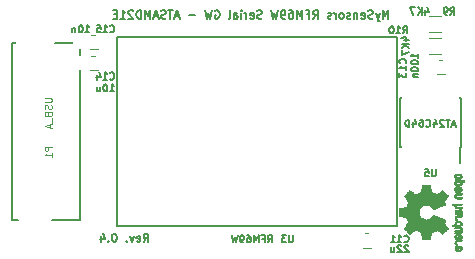
<source format=gbo>
G04 #@! TF.GenerationSoftware,KiCad,Pcbnew,no-vcs-found-ea855c1~58~ubuntu16.04.1*
G04 #@! TF.CreationDate,2017-05-24T11:46:06+03:00*
G04 #@! TF.ProjectId,serial_gw_ATSAMD21E,73657269616C5F67775F415453414D44,rev?*
G04 #@! TF.FileFunction,Legend,Bot*
G04 #@! TF.FilePolarity,Positive*
%FSLAX46Y46*%
G04 Gerber Fmt 4.6, Leading zero omitted, Abs format (unit mm)*
G04 Created by KiCad (PCBNEW no-vcs-found-ea855c1~58~ubuntu16.04.1) date Wed May 24 11:46:06 2017*
%MOMM*%
%LPD*%
G01*
G04 APERTURE LIST*
%ADD10C,0.100000*%
%ADD11C,0.150000*%
%ADD12C,0.010000*%
%ADD13C,0.120000*%
%ADD14C,1.901140*%
%ADD15C,3.399740*%
%ADD16R,1.400000X1.400000*%
%ADD17R,1.600000X1.150000*%
%ADD18R,3.400000X1.600000*%
%ADD19R,1.000000X1.950000*%
%ADD20R,1.600000X1.300000*%
G04 APERTURE END LIST*
D10*
D11*
X137033333Y-78616666D02*
X137033333Y-77916666D01*
X136800000Y-78416666D01*
X136566666Y-77916666D01*
X136566666Y-78616666D01*
X136300000Y-78150000D02*
X136133333Y-78616666D01*
X135966666Y-78150000D02*
X136133333Y-78616666D01*
X136200000Y-78783333D01*
X136233333Y-78816666D01*
X136300000Y-78850000D01*
X135733333Y-78583333D02*
X135633333Y-78616666D01*
X135466666Y-78616666D01*
X135400000Y-78583333D01*
X135366666Y-78550000D01*
X135333333Y-78483333D01*
X135333333Y-78416666D01*
X135366666Y-78350000D01*
X135400000Y-78316666D01*
X135466666Y-78283333D01*
X135600000Y-78250000D01*
X135666666Y-78216666D01*
X135700000Y-78183333D01*
X135733333Y-78116666D01*
X135733333Y-78050000D01*
X135700000Y-77983333D01*
X135666666Y-77950000D01*
X135600000Y-77916666D01*
X135433333Y-77916666D01*
X135333333Y-77950000D01*
X134766666Y-78583333D02*
X134833333Y-78616666D01*
X134966666Y-78616666D01*
X135033333Y-78583333D01*
X135066666Y-78516666D01*
X135066666Y-78250000D01*
X135033333Y-78183333D01*
X134966666Y-78150000D01*
X134833333Y-78150000D01*
X134766666Y-78183333D01*
X134733333Y-78250000D01*
X134733333Y-78316666D01*
X135066666Y-78383333D01*
X134433333Y-78150000D02*
X134433333Y-78616666D01*
X134433333Y-78216666D02*
X134400000Y-78183333D01*
X134333333Y-78150000D01*
X134233333Y-78150000D01*
X134166666Y-78183333D01*
X134133333Y-78250000D01*
X134133333Y-78616666D01*
X133833333Y-78583333D02*
X133766666Y-78616666D01*
X133633333Y-78616666D01*
X133566666Y-78583333D01*
X133533333Y-78516666D01*
X133533333Y-78483333D01*
X133566666Y-78416666D01*
X133633333Y-78383333D01*
X133733333Y-78383333D01*
X133800000Y-78350000D01*
X133833333Y-78283333D01*
X133833333Y-78250000D01*
X133800000Y-78183333D01*
X133733333Y-78150000D01*
X133633333Y-78150000D01*
X133566666Y-78183333D01*
X133133333Y-78616666D02*
X133200000Y-78583333D01*
X133233333Y-78550000D01*
X133266666Y-78483333D01*
X133266666Y-78283333D01*
X133233333Y-78216666D01*
X133200000Y-78183333D01*
X133133333Y-78150000D01*
X133033333Y-78150000D01*
X132966666Y-78183333D01*
X132933333Y-78216666D01*
X132900000Y-78283333D01*
X132900000Y-78483333D01*
X132933333Y-78550000D01*
X132966666Y-78583333D01*
X133033333Y-78616666D01*
X133133333Y-78616666D01*
X132600000Y-78616666D02*
X132600000Y-78150000D01*
X132600000Y-78283333D02*
X132566666Y-78216666D01*
X132533333Y-78183333D01*
X132466666Y-78150000D01*
X132400000Y-78150000D01*
X132200000Y-78583333D02*
X132133333Y-78616666D01*
X132000000Y-78616666D01*
X131933333Y-78583333D01*
X131900000Y-78516666D01*
X131900000Y-78483333D01*
X131933333Y-78416666D01*
X132000000Y-78383333D01*
X132100000Y-78383333D01*
X132166666Y-78350000D01*
X132200000Y-78283333D01*
X132200000Y-78250000D01*
X132166666Y-78183333D01*
X132100000Y-78150000D01*
X132000000Y-78150000D01*
X131933333Y-78183333D01*
X130666666Y-78616666D02*
X130900000Y-78283333D01*
X131066666Y-78616666D02*
X131066666Y-77916666D01*
X130800000Y-77916666D01*
X130733333Y-77950000D01*
X130700000Y-77983333D01*
X130666666Y-78050000D01*
X130666666Y-78150000D01*
X130700000Y-78216666D01*
X130733333Y-78250000D01*
X130800000Y-78283333D01*
X131066666Y-78283333D01*
X130133333Y-78250000D02*
X130366666Y-78250000D01*
X130366666Y-78616666D02*
X130366666Y-77916666D01*
X130033333Y-77916666D01*
X129766666Y-78616666D02*
X129766666Y-77916666D01*
X129533333Y-78416666D01*
X129300000Y-77916666D01*
X129300000Y-78616666D01*
X128666666Y-77916666D02*
X128800000Y-77916666D01*
X128866666Y-77950000D01*
X128900000Y-77983333D01*
X128966666Y-78083333D01*
X129000000Y-78216666D01*
X129000000Y-78483333D01*
X128966666Y-78550000D01*
X128933333Y-78583333D01*
X128866666Y-78616666D01*
X128733333Y-78616666D01*
X128666666Y-78583333D01*
X128633333Y-78550000D01*
X128600000Y-78483333D01*
X128600000Y-78316666D01*
X128633333Y-78250000D01*
X128666666Y-78216666D01*
X128733333Y-78183333D01*
X128866666Y-78183333D01*
X128933333Y-78216666D01*
X128966666Y-78250000D01*
X129000000Y-78316666D01*
X128266666Y-78616666D02*
X128133333Y-78616666D01*
X128066666Y-78583333D01*
X128033333Y-78550000D01*
X127966666Y-78450000D01*
X127933333Y-78316666D01*
X127933333Y-78050000D01*
X127966666Y-77983333D01*
X128000000Y-77950000D01*
X128066666Y-77916666D01*
X128200000Y-77916666D01*
X128266666Y-77950000D01*
X128300000Y-77983333D01*
X128333333Y-78050000D01*
X128333333Y-78216666D01*
X128300000Y-78283333D01*
X128266666Y-78316666D01*
X128200000Y-78350000D01*
X128066666Y-78350000D01*
X128000000Y-78316666D01*
X127966666Y-78283333D01*
X127933333Y-78216666D01*
X127700000Y-77916666D02*
X127533333Y-78616666D01*
X127400000Y-78116666D01*
X127266666Y-78616666D01*
X127100000Y-77916666D01*
X126333333Y-78583333D02*
X126233333Y-78616666D01*
X126066666Y-78616666D01*
X126000000Y-78583333D01*
X125966666Y-78550000D01*
X125933333Y-78483333D01*
X125933333Y-78416666D01*
X125966666Y-78350000D01*
X126000000Y-78316666D01*
X126066666Y-78283333D01*
X126200000Y-78250000D01*
X126266666Y-78216666D01*
X126300000Y-78183333D01*
X126333333Y-78116666D01*
X126333333Y-78050000D01*
X126300000Y-77983333D01*
X126266666Y-77950000D01*
X126200000Y-77916666D01*
X126033333Y-77916666D01*
X125933333Y-77950000D01*
X125366666Y-78583333D02*
X125433333Y-78616666D01*
X125566666Y-78616666D01*
X125633333Y-78583333D01*
X125666666Y-78516666D01*
X125666666Y-78250000D01*
X125633333Y-78183333D01*
X125566666Y-78150000D01*
X125433333Y-78150000D01*
X125366666Y-78183333D01*
X125333333Y-78250000D01*
X125333333Y-78316666D01*
X125666666Y-78383333D01*
X125033333Y-78616666D02*
X125033333Y-78150000D01*
X125033333Y-78283333D02*
X125000000Y-78216666D01*
X124966666Y-78183333D01*
X124900000Y-78150000D01*
X124833333Y-78150000D01*
X124600000Y-78616666D02*
X124600000Y-78150000D01*
X124600000Y-77916666D02*
X124633333Y-77950000D01*
X124600000Y-77983333D01*
X124566666Y-77950000D01*
X124600000Y-77916666D01*
X124600000Y-77983333D01*
X123966666Y-78616666D02*
X123966666Y-78250000D01*
X124000000Y-78183333D01*
X124066666Y-78150000D01*
X124200000Y-78150000D01*
X124266666Y-78183333D01*
X123966666Y-78583333D02*
X124033333Y-78616666D01*
X124200000Y-78616666D01*
X124266666Y-78583333D01*
X124300000Y-78516666D01*
X124300000Y-78450000D01*
X124266666Y-78383333D01*
X124200000Y-78350000D01*
X124033333Y-78350000D01*
X123966666Y-78316666D01*
X123533333Y-78616666D02*
X123600000Y-78583333D01*
X123633333Y-78516666D01*
X123633333Y-77916666D01*
X122366666Y-77950000D02*
X122433333Y-77916666D01*
X122533333Y-77916666D01*
X122633333Y-77950000D01*
X122700000Y-78016666D01*
X122733333Y-78083333D01*
X122766666Y-78216666D01*
X122766666Y-78316666D01*
X122733333Y-78450000D01*
X122700000Y-78516666D01*
X122633333Y-78583333D01*
X122533333Y-78616666D01*
X122466666Y-78616666D01*
X122366666Y-78583333D01*
X122333333Y-78550000D01*
X122333333Y-78316666D01*
X122466666Y-78316666D01*
X122100000Y-77916666D02*
X121933333Y-78616666D01*
X121800000Y-78116666D01*
X121666666Y-78616666D01*
X121500000Y-77916666D01*
X120700000Y-78350000D02*
X120166666Y-78350000D01*
X119333333Y-78416666D02*
X119000000Y-78416666D01*
X119400000Y-78616666D02*
X119166666Y-77916666D01*
X118933333Y-78616666D01*
X118800000Y-77916666D02*
X118400000Y-77916666D01*
X118600000Y-78616666D02*
X118600000Y-77916666D01*
X118200000Y-78583333D02*
X118100000Y-78616666D01*
X117933333Y-78616666D01*
X117866666Y-78583333D01*
X117833333Y-78550000D01*
X117800000Y-78483333D01*
X117800000Y-78416666D01*
X117833333Y-78350000D01*
X117866666Y-78316666D01*
X117933333Y-78283333D01*
X118066666Y-78250000D01*
X118133333Y-78216666D01*
X118166666Y-78183333D01*
X118200000Y-78116666D01*
X118200000Y-78050000D01*
X118166666Y-77983333D01*
X118133333Y-77950000D01*
X118066666Y-77916666D01*
X117900000Y-77916666D01*
X117800000Y-77950000D01*
X117533333Y-78416666D02*
X117200000Y-78416666D01*
X117600000Y-78616666D02*
X117366666Y-77916666D01*
X117133333Y-78616666D01*
X116900000Y-78616666D02*
X116900000Y-77916666D01*
X116666666Y-78416666D01*
X116433333Y-77916666D01*
X116433333Y-78616666D01*
X116100000Y-78616666D02*
X116100000Y-77916666D01*
X115933333Y-77916666D01*
X115833333Y-77950000D01*
X115766666Y-78016666D01*
X115733333Y-78083333D01*
X115700000Y-78216666D01*
X115700000Y-78316666D01*
X115733333Y-78450000D01*
X115766666Y-78516666D01*
X115833333Y-78583333D01*
X115933333Y-78616666D01*
X116100000Y-78616666D01*
X115433333Y-77983333D02*
X115400000Y-77950000D01*
X115333333Y-77916666D01*
X115166666Y-77916666D01*
X115100000Y-77950000D01*
X115066666Y-77983333D01*
X115033333Y-78050000D01*
X115033333Y-78116666D01*
X115066666Y-78216666D01*
X115466666Y-78616666D01*
X115033333Y-78616666D01*
X114366666Y-78616666D02*
X114766666Y-78616666D01*
X114566666Y-78616666D02*
X114566666Y-77916666D01*
X114633333Y-78016666D01*
X114700000Y-78083333D01*
X114766666Y-78116666D01*
X114066666Y-78250000D02*
X113833333Y-78250000D01*
X113733333Y-78616666D02*
X114066666Y-78616666D01*
X114066666Y-77916666D01*
X113733333Y-77916666D01*
X116316666Y-97516666D02*
X116550000Y-97183333D01*
X116716666Y-97516666D02*
X116716666Y-96816666D01*
X116450000Y-96816666D01*
X116383333Y-96850000D01*
X116350000Y-96883333D01*
X116316666Y-96950000D01*
X116316666Y-97050000D01*
X116350000Y-97116666D01*
X116383333Y-97150000D01*
X116450000Y-97183333D01*
X116716666Y-97183333D01*
X115750000Y-97483333D02*
X115816666Y-97516666D01*
X115950000Y-97516666D01*
X116016666Y-97483333D01*
X116050000Y-97416666D01*
X116050000Y-97150000D01*
X116016666Y-97083333D01*
X115950000Y-97050000D01*
X115816666Y-97050000D01*
X115750000Y-97083333D01*
X115716666Y-97150000D01*
X115716666Y-97216666D01*
X116050000Y-97283333D01*
X115483333Y-97050000D02*
X115316666Y-97516666D01*
X115150000Y-97050000D01*
X114883333Y-97450000D02*
X114850000Y-97483333D01*
X114883333Y-97516666D01*
X114916666Y-97483333D01*
X114883333Y-97450000D01*
X114883333Y-97516666D01*
X113883333Y-96816666D02*
X113816666Y-96816666D01*
X113750000Y-96850000D01*
X113716666Y-96883333D01*
X113683333Y-96950000D01*
X113650000Y-97083333D01*
X113650000Y-97250000D01*
X113683333Y-97383333D01*
X113716666Y-97450000D01*
X113750000Y-97483333D01*
X113816666Y-97516666D01*
X113883333Y-97516666D01*
X113950000Y-97483333D01*
X113983333Y-97450000D01*
X114016666Y-97383333D01*
X114050000Y-97250000D01*
X114050000Y-97083333D01*
X114016666Y-96950000D01*
X113983333Y-96883333D01*
X113950000Y-96850000D01*
X113883333Y-96816666D01*
X113350000Y-97450000D02*
X113316666Y-97483333D01*
X113350000Y-97516666D01*
X113383333Y-97483333D01*
X113350000Y-97450000D01*
X113350000Y-97516666D01*
X112716666Y-97050000D02*
X112716666Y-97516666D01*
X112883333Y-96783333D02*
X113050000Y-97283333D01*
X112616666Y-97283333D01*
X105199646Y-80663860D02*
X105502166Y-80663860D01*
X110945120Y-95649860D02*
X110945120Y-80663860D01*
X105200000Y-95649860D02*
X105200000Y-80663860D01*
X108799050Y-80663860D02*
X110945120Y-80663860D01*
X108599471Y-95649860D02*
X110945120Y-95649860D01*
X105200000Y-95649860D02*
X105702507Y-95649860D01*
D12*
G36*
X142619918Y-92599744D02*
X142647568Y-92655201D01*
X142698480Y-92704148D01*
X142717338Y-92717629D01*
X142742015Y-92732314D01*
X142768816Y-92741842D01*
X142804587Y-92747293D01*
X142856169Y-92749747D01*
X142924267Y-92750286D01*
X143017588Y-92747852D01*
X143087657Y-92739394D01*
X143139931Y-92723174D01*
X143179869Y-92697454D01*
X143212929Y-92660497D01*
X143214886Y-92657782D01*
X143234908Y-92621360D01*
X143244815Y-92577502D01*
X143247257Y-92521724D01*
X143247257Y-92431048D01*
X143335283Y-92431010D01*
X143384308Y-92430166D01*
X143413065Y-92425024D01*
X143430311Y-92411587D01*
X143444808Y-92385858D01*
X143447769Y-92379679D01*
X143461648Y-92350764D01*
X143470414Y-92328376D01*
X143471171Y-92311729D01*
X143461023Y-92300036D01*
X143437073Y-92292510D01*
X143396426Y-92288366D01*
X143336186Y-92286815D01*
X143253455Y-92287071D01*
X143145339Y-92288349D01*
X143113000Y-92288748D01*
X143001524Y-92290185D01*
X142928603Y-92291472D01*
X142928603Y-92430971D01*
X142990499Y-92431755D01*
X143030997Y-92435240D01*
X143057708Y-92443124D01*
X143078244Y-92457105D01*
X143088260Y-92466597D01*
X143117567Y-92505404D01*
X143119952Y-92539763D01*
X143095750Y-92575216D01*
X143094857Y-92576114D01*
X143076153Y-92590539D01*
X143050732Y-92599313D01*
X143011584Y-92603739D01*
X142951697Y-92605118D01*
X142938430Y-92605143D01*
X142855901Y-92601812D01*
X142798691Y-92590969D01*
X142763766Y-92571340D01*
X142748094Y-92541650D01*
X142746514Y-92524491D01*
X142753926Y-92483766D01*
X142778330Y-92455832D01*
X142822980Y-92439017D01*
X142891130Y-92431650D01*
X142928603Y-92430971D01*
X142928603Y-92291472D01*
X142915245Y-92291708D01*
X142850333Y-92293677D01*
X142802958Y-92296450D01*
X142769290Y-92300388D01*
X142745498Y-92305849D01*
X142727753Y-92313192D01*
X142712224Y-92322777D01*
X142706381Y-92326887D01*
X142651185Y-92381405D01*
X142619890Y-92450336D01*
X142611165Y-92530072D01*
X142619918Y-92599744D01*
X142619918Y-92599744D01*
G37*
X142619918Y-92599744D02*
X142647568Y-92655201D01*
X142698480Y-92704148D01*
X142717338Y-92717629D01*
X142742015Y-92732314D01*
X142768816Y-92741842D01*
X142804587Y-92747293D01*
X142856169Y-92749747D01*
X142924267Y-92750286D01*
X143017588Y-92747852D01*
X143087657Y-92739394D01*
X143139931Y-92723174D01*
X143179869Y-92697454D01*
X143212929Y-92660497D01*
X143214886Y-92657782D01*
X143234908Y-92621360D01*
X143244815Y-92577502D01*
X143247257Y-92521724D01*
X143247257Y-92431048D01*
X143335283Y-92431010D01*
X143384308Y-92430166D01*
X143413065Y-92425024D01*
X143430311Y-92411587D01*
X143444808Y-92385858D01*
X143447769Y-92379679D01*
X143461648Y-92350764D01*
X143470414Y-92328376D01*
X143471171Y-92311729D01*
X143461023Y-92300036D01*
X143437073Y-92292510D01*
X143396426Y-92288366D01*
X143336186Y-92286815D01*
X143253455Y-92287071D01*
X143145339Y-92288349D01*
X143113000Y-92288748D01*
X143001524Y-92290185D01*
X142928603Y-92291472D01*
X142928603Y-92430971D01*
X142990499Y-92431755D01*
X143030997Y-92435240D01*
X143057708Y-92443124D01*
X143078244Y-92457105D01*
X143088260Y-92466597D01*
X143117567Y-92505404D01*
X143119952Y-92539763D01*
X143095750Y-92575216D01*
X143094857Y-92576114D01*
X143076153Y-92590539D01*
X143050732Y-92599313D01*
X143011584Y-92603739D01*
X142951697Y-92605118D01*
X142938430Y-92605143D01*
X142855901Y-92601812D01*
X142798691Y-92590969D01*
X142763766Y-92571340D01*
X142748094Y-92541650D01*
X142746514Y-92524491D01*
X142753926Y-92483766D01*
X142778330Y-92455832D01*
X142822980Y-92439017D01*
X142891130Y-92431650D01*
X142928603Y-92430971D01*
X142928603Y-92291472D01*
X142915245Y-92291708D01*
X142850333Y-92293677D01*
X142802958Y-92296450D01*
X142769290Y-92300388D01*
X142745498Y-92305849D01*
X142727753Y-92313192D01*
X142712224Y-92322777D01*
X142706381Y-92326887D01*
X142651185Y-92381405D01*
X142619890Y-92450336D01*
X142611165Y-92530072D01*
X142619918Y-92599744D01*
G36*
X142627780Y-93716093D02*
X142654723Y-93762672D01*
X142681466Y-93795057D01*
X142709484Y-93818742D01*
X142743748Y-93835059D01*
X142789227Y-93845339D01*
X142850892Y-93850914D01*
X142933711Y-93853116D01*
X142993246Y-93853371D01*
X143212391Y-93853371D01*
X143240044Y-93791686D01*
X143267697Y-93730000D01*
X143027670Y-93722743D01*
X142938028Y-93719744D01*
X142872962Y-93716598D01*
X142828026Y-93712701D01*
X142798770Y-93707447D01*
X142780748Y-93700231D01*
X142769511Y-93690450D01*
X142767079Y-93687312D01*
X142748083Y-93639761D01*
X142755600Y-93591697D01*
X142775543Y-93563086D01*
X142789675Y-93551447D01*
X142808220Y-93543391D01*
X142836334Y-93538271D01*
X142879173Y-93535441D01*
X142941895Y-93534256D01*
X143007261Y-93534057D01*
X143089268Y-93534018D01*
X143147316Y-93532614D01*
X143186465Y-93527914D01*
X143211780Y-93517987D01*
X143228323Y-93500903D01*
X143241156Y-93474732D01*
X143254491Y-93439775D01*
X143269007Y-93401596D01*
X143011389Y-93406141D01*
X142918519Y-93407971D01*
X142849889Y-93410112D01*
X142800711Y-93413181D01*
X142766198Y-93417794D01*
X142741562Y-93424568D01*
X142722016Y-93434119D01*
X142704770Y-93445634D01*
X142649680Y-93501190D01*
X142617822Y-93568980D01*
X142610191Y-93642713D01*
X142627780Y-93716093D01*
X142627780Y-93716093D01*
G37*
X142627780Y-93716093D02*
X142654723Y-93762672D01*
X142681466Y-93795057D01*
X142709484Y-93818742D01*
X142743748Y-93835059D01*
X142789227Y-93845339D01*
X142850892Y-93850914D01*
X142933711Y-93853116D01*
X142993246Y-93853371D01*
X143212391Y-93853371D01*
X143240044Y-93791686D01*
X143267697Y-93730000D01*
X143027670Y-93722743D01*
X142938028Y-93719744D01*
X142872962Y-93716598D01*
X142828026Y-93712701D01*
X142798770Y-93707447D01*
X142780748Y-93700231D01*
X142769511Y-93690450D01*
X142767079Y-93687312D01*
X142748083Y-93639761D01*
X142755600Y-93591697D01*
X142775543Y-93563086D01*
X142789675Y-93551447D01*
X142808220Y-93543391D01*
X142836334Y-93538271D01*
X142879173Y-93535441D01*
X142941895Y-93534256D01*
X143007261Y-93534057D01*
X143089268Y-93534018D01*
X143147316Y-93532614D01*
X143186465Y-93527914D01*
X143211780Y-93517987D01*
X143228323Y-93500903D01*
X143241156Y-93474732D01*
X143254491Y-93439775D01*
X143269007Y-93401596D01*
X143011389Y-93406141D01*
X142918519Y-93407971D01*
X142849889Y-93410112D01*
X142800711Y-93413181D01*
X142766198Y-93417794D01*
X142741562Y-93424568D01*
X142722016Y-93434119D01*
X142704770Y-93445634D01*
X142649680Y-93501190D01*
X142617822Y-93568980D01*
X142610191Y-93642713D01*
X142627780Y-93716093D01*
G36*
X142621962Y-92041115D02*
X142657733Y-92109145D01*
X142715301Y-92159351D01*
X142752312Y-92177185D01*
X142807882Y-92191063D01*
X142878096Y-92198167D01*
X142954727Y-92198840D01*
X143029552Y-92193427D01*
X143094342Y-92182270D01*
X143140873Y-92165714D01*
X143148887Y-92160626D01*
X143208707Y-92100355D01*
X143244535Y-92028769D01*
X143255020Y-91951092D01*
X143238810Y-91872548D01*
X143229092Y-91850689D01*
X143199143Y-91808122D01*
X143159433Y-91770763D01*
X143154397Y-91767232D01*
X143130124Y-91752881D01*
X143104178Y-91743394D01*
X143070022Y-91737790D01*
X143021119Y-91735086D01*
X142950935Y-91734299D01*
X142935200Y-91734286D01*
X142930192Y-91734322D01*
X142930192Y-91879429D01*
X142996430Y-91880273D01*
X143040386Y-91883596D01*
X143068779Y-91890583D01*
X143088325Y-91902416D01*
X143094857Y-91908457D01*
X143119680Y-91943186D01*
X143118548Y-91976903D01*
X143097016Y-92010995D01*
X143074029Y-92031329D01*
X143040478Y-92043371D01*
X142987569Y-92050134D01*
X142981399Y-92050598D01*
X142885513Y-92051752D01*
X142814299Y-92039688D01*
X142768194Y-92014570D01*
X142747635Y-91976560D01*
X142746514Y-91962992D01*
X142752152Y-91927364D01*
X142771686Y-91902994D01*
X142809042Y-91888093D01*
X142868150Y-91880875D01*
X142930192Y-91879429D01*
X142930192Y-91734322D01*
X142860413Y-91734826D01*
X142808159Y-91737096D01*
X142771949Y-91742068D01*
X142745299Y-91750713D01*
X142721722Y-91764005D01*
X142717338Y-91766943D01*
X142658249Y-91816313D01*
X142623947Y-91870109D01*
X142610331Y-91935602D01*
X142609665Y-91957842D01*
X142621962Y-92041115D01*
X142621962Y-92041115D01*
G37*
X142621962Y-92041115D02*
X142657733Y-92109145D01*
X142715301Y-92159351D01*
X142752312Y-92177185D01*
X142807882Y-92191063D01*
X142878096Y-92198167D01*
X142954727Y-92198840D01*
X143029552Y-92193427D01*
X143094342Y-92182270D01*
X143140873Y-92165714D01*
X143148887Y-92160626D01*
X143208707Y-92100355D01*
X143244535Y-92028769D01*
X143255020Y-91951092D01*
X143238810Y-91872548D01*
X143229092Y-91850689D01*
X143199143Y-91808122D01*
X143159433Y-91770763D01*
X143154397Y-91767232D01*
X143130124Y-91752881D01*
X143104178Y-91743394D01*
X143070022Y-91737790D01*
X143021119Y-91735086D01*
X142950935Y-91734299D01*
X142935200Y-91734286D01*
X142930192Y-91734322D01*
X142930192Y-91879429D01*
X142996430Y-91880273D01*
X143040386Y-91883596D01*
X143068779Y-91890583D01*
X143088325Y-91902416D01*
X143094857Y-91908457D01*
X143119680Y-91943186D01*
X143118548Y-91976903D01*
X143097016Y-92010995D01*
X143074029Y-92031329D01*
X143040478Y-92043371D01*
X142987569Y-92050134D01*
X142981399Y-92050598D01*
X142885513Y-92051752D01*
X142814299Y-92039688D01*
X142768194Y-92014570D01*
X142747635Y-91976560D01*
X142746514Y-91962992D01*
X142752152Y-91927364D01*
X142771686Y-91902994D01*
X142809042Y-91888093D01*
X142868150Y-91880875D01*
X142930192Y-91879429D01*
X142930192Y-91734322D01*
X142860413Y-91734826D01*
X142808159Y-91737096D01*
X142771949Y-91742068D01*
X142745299Y-91750713D01*
X142721722Y-91764005D01*
X142717338Y-91766943D01*
X142658249Y-91816313D01*
X142623947Y-91870109D01*
X142610331Y-91935602D01*
X142609665Y-91957842D01*
X142621962Y-92041115D01*
G36*
X142631239Y-93168303D02*
X142669735Y-93225527D01*
X142725335Y-93269749D01*
X142796086Y-93296167D01*
X142848162Y-93301510D01*
X142869893Y-93300903D01*
X142886531Y-93295822D01*
X142901437Y-93281855D01*
X142917973Y-93254589D01*
X142939498Y-93209612D01*
X142969374Y-93142511D01*
X142969524Y-93142171D01*
X142997813Y-93080407D01*
X143022933Y-93029759D01*
X143042179Y-92995404D01*
X143052848Y-92982518D01*
X143052934Y-92982514D01*
X143076166Y-92993872D01*
X143101774Y-93020431D01*
X143120221Y-93050923D01*
X143123886Y-93066370D01*
X143111212Y-93108515D01*
X143079471Y-93144808D01*
X143044572Y-93162517D01*
X143018845Y-93179552D01*
X142989546Y-93212922D01*
X142964235Y-93252149D01*
X142950471Y-93286756D01*
X142949714Y-93293993D01*
X142962160Y-93302139D01*
X142993972Y-93302630D01*
X143036866Y-93296643D01*
X143082558Y-93285357D01*
X143122761Y-93269950D01*
X143124322Y-93269171D01*
X143189062Y-93222804D01*
X143233097Y-93162711D01*
X143254711Y-93094465D01*
X143252185Y-93023638D01*
X143223804Y-92955804D01*
X143221808Y-92952788D01*
X143173448Y-92899427D01*
X143110352Y-92864340D01*
X143027387Y-92844922D01*
X143004078Y-92842316D01*
X142894055Y-92837701D01*
X142842748Y-92843233D01*
X142842748Y-92982514D01*
X142874753Y-92984324D01*
X142884093Y-92994222D01*
X142877105Y-93018898D01*
X142860587Y-93057795D01*
X142839881Y-93101275D01*
X142839333Y-93102356D01*
X142819949Y-93139209D01*
X142807013Y-93154000D01*
X142793451Y-93150353D01*
X142775632Y-93134995D01*
X142749845Y-93095923D01*
X142747950Y-93053846D01*
X142766717Y-93016103D01*
X142802915Y-92990034D01*
X142842748Y-92982514D01*
X142842748Y-92843233D01*
X142806027Y-92847194D01*
X142736212Y-92871550D01*
X142687302Y-92905456D01*
X142637878Y-92966653D01*
X142613359Y-93034063D01*
X142611797Y-93102880D01*
X142631239Y-93168303D01*
X142631239Y-93168303D01*
G37*
X142631239Y-93168303D02*
X142669735Y-93225527D01*
X142725335Y-93269749D01*
X142796086Y-93296167D01*
X142848162Y-93301510D01*
X142869893Y-93300903D01*
X142886531Y-93295822D01*
X142901437Y-93281855D01*
X142917973Y-93254589D01*
X142939498Y-93209612D01*
X142969374Y-93142511D01*
X142969524Y-93142171D01*
X142997813Y-93080407D01*
X143022933Y-93029759D01*
X143042179Y-92995404D01*
X143052848Y-92982518D01*
X143052934Y-92982514D01*
X143076166Y-92993872D01*
X143101774Y-93020431D01*
X143120221Y-93050923D01*
X143123886Y-93066370D01*
X143111212Y-93108515D01*
X143079471Y-93144808D01*
X143044572Y-93162517D01*
X143018845Y-93179552D01*
X142989546Y-93212922D01*
X142964235Y-93252149D01*
X142950471Y-93286756D01*
X142949714Y-93293993D01*
X142962160Y-93302139D01*
X142993972Y-93302630D01*
X143036866Y-93296643D01*
X143082558Y-93285357D01*
X143122761Y-93269950D01*
X143124322Y-93269171D01*
X143189062Y-93222804D01*
X143233097Y-93162711D01*
X143254711Y-93094465D01*
X143252185Y-93023638D01*
X143223804Y-92955804D01*
X143221808Y-92952788D01*
X143173448Y-92899427D01*
X143110352Y-92864340D01*
X143027387Y-92844922D01*
X143004078Y-92842316D01*
X142894055Y-92837701D01*
X142842748Y-92843233D01*
X142842748Y-92982514D01*
X142874753Y-92984324D01*
X142884093Y-92994222D01*
X142877105Y-93018898D01*
X142860587Y-93057795D01*
X142839881Y-93101275D01*
X142839333Y-93102356D01*
X142819949Y-93139209D01*
X142807013Y-93154000D01*
X142793451Y-93150353D01*
X142775632Y-93134995D01*
X142749845Y-93095923D01*
X142747950Y-93053846D01*
X142766717Y-93016103D01*
X142802915Y-92990034D01*
X142842748Y-92982514D01*
X142842748Y-92843233D01*
X142806027Y-92847194D01*
X142736212Y-92871550D01*
X142687302Y-92905456D01*
X142637878Y-92966653D01*
X142613359Y-93034063D01*
X142611797Y-93102880D01*
X142631239Y-93168303D01*
G36*
X142551289Y-94375886D02*
X142610613Y-94380139D01*
X142645572Y-94385025D01*
X142660820Y-94391795D01*
X142661015Y-94401702D01*
X142659195Y-94404914D01*
X142646015Y-94447644D01*
X142646785Y-94503227D01*
X142660333Y-94559737D01*
X142677861Y-94595082D01*
X142705861Y-94631321D01*
X142737549Y-94657813D01*
X142777813Y-94675999D01*
X142831543Y-94687322D01*
X142903626Y-94693222D01*
X142998951Y-94695143D01*
X143017237Y-94695177D01*
X143222646Y-94695200D01*
X143238580Y-94649491D01*
X143249420Y-94617027D01*
X143254468Y-94599215D01*
X143254514Y-94598691D01*
X143240828Y-94596937D01*
X143203076Y-94595444D01*
X143146224Y-94594326D01*
X143075234Y-94593697D01*
X143032073Y-94593600D01*
X142946973Y-94593398D01*
X142885981Y-94592358D01*
X142844177Y-94589831D01*
X142816642Y-94585164D01*
X142798456Y-94577707D01*
X142784698Y-94566811D01*
X142778073Y-94560007D01*
X142751375Y-94513272D01*
X142749375Y-94462272D01*
X142771955Y-94416001D01*
X142780107Y-94407444D01*
X142795436Y-94394893D01*
X142813618Y-94386188D01*
X142839909Y-94380631D01*
X142879562Y-94377526D01*
X142937832Y-94376176D01*
X143018173Y-94375886D01*
X143222646Y-94375886D01*
X143238580Y-94330177D01*
X143249420Y-94297713D01*
X143254468Y-94279901D01*
X143254514Y-94279377D01*
X143240623Y-94278037D01*
X143201439Y-94276828D01*
X143140700Y-94275801D01*
X143062141Y-94275002D01*
X142969498Y-94274481D01*
X142866509Y-94274286D01*
X142469342Y-94274286D01*
X142449444Y-94321457D01*
X142429547Y-94368629D01*
X142551289Y-94375886D01*
X142551289Y-94375886D01*
G37*
X142551289Y-94375886D02*
X142610613Y-94380139D01*
X142645572Y-94385025D01*
X142660820Y-94391795D01*
X142661015Y-94401702D01*
X142659195Y-94404914D01*
X142646015Y-94447644D01*
X142646785Y-94503227D01*
X142660333Y-94559737D01*
X142677861Y-94595082D01*
X142705861Y-94631321D01*
X142737549Y-94657813D01*
X142777813Y-94675999D01*
X142831543Y-94687322D01*
X142903626Y-94693222D01*
X142998951Y-94695143D01*
X143017237Y-94695177D01*
X143222646Y-94695200D01*
X143238580Y-94649491D01*
X143249420Y-94617027D01*
X143254468Y-94599215D01*
X143254514Y-94598691D01*
X143240828Y-94596937D01*
X143203076Y-94595444D01*
X143146224Y-94594326D01*
X143075234Y-94593697D01*
X143032073Y-94593600D01*
X142946973Y-94593398D01*
X142885981Y-94592358D01*
X142844177Y-94589831D01*
X142816642Y-94585164D01*
X142798456Y-94577707D01*
X142784698Y-94566811D01*
X142778073Y-94560007D01*
X142751375Y-94513272D01*
X142749375Y-94462272D01*
X142771955Y-94416001D01*
X142780107Y-94407444D01*
X142795436Y-94394893D01*
X142813618Y-94386188D01*
X142839909Y-94380631D01*
X142879562Y-94377526D01*
X142937832Y-94376176D01*
X143018173Y-94375886D01*
X143222646Y-94375886D01*
X143238580Y-94330177D01*
X143249420Y-94297713D01*
X143254468Y-94279901D01*
X143254514Y-94279377D01*
X143240623Y-94278037D01*
X143201439Y-94276828D01*
X143140700Y-94275801D01*
X143062141Y-94275002D01*
X142969498Y-94274481D01*
X142866509Y-94274286D01*
X142469342Y-94274286D01*
X142449444Y-94321457D01*
X142429547Y-94368629D01*
X142551289Y-94375886D01*
G36*
X142650968Y-95039744D02*
X142672087Y-95096616D01*
X142672493Y-95097267D01*
X142698380Y-95132440D01*
X142728633Y-95158407D01*
X142768058Y-95176670D01*
X142821462Y-95188732D01*
X142893651Y-95196096D01*
X142989432Y-95200264D01*
X143003078Y-95200629D01*
X143208842Y-95205876D01*
X143231678Y-95161716D01*
X143247110Y-95129763D01*
X143254423Y-95110470D01*
X143254514Y-95109578D01*
X143241022Y-95106239D01*
X143204626Y-95103587D01*
X143151452Y-95101956D01*
X143108393Y-95101600D01*
X143038641Y-95101592D01*
X142994837Y-95098403D01*
X142973944Y-95087288D01*
X142972925Y-95063501D01*
X142988741Y-95022296D01*
X143017815Y-94960086D01*
X143041963Y-94914341D01*
X143062913Y-94890813D01*
X143085747Y-94883896D01*
X143086877Y-94883886D01*
X143126212Y-94895299D01*
X143147462Y-94929092D01*
X143150539Y-94980809D01*
X143150006Y-95018061D01*
X143160735Y-95037703D01*
X143186505Y-95049952D01*
X143219337Y-95057002D01*
X143237966Y-95046842D01*
X143240632Y-95043017D01*
X143251340Y-95007001D01*
X143252856Y-94956566D01*
X143245759Y-94904626D01*
X143232788Y-94867822D01*
X143189585Y-94816938D01*
X143129446Y-94788014D01*
X143082462Y-94782286D01*
X143040082Y-94786657D01*
X143005488Y-94802475D01*
X142974763Y-94833797D01*
X142943990Y-94884678D01*
X142909252Y-94959176D01*
X142907288Y-94963714D01*
X142876287Y-95030821D01*
X142850862Y-95072232D01*
X142828014Y-95089981D01*
X142804745Y-95086107D01*
X142778056Y-95062643D01*
X142771914Y-95055627D01*
X142748100Y-95008630D01*
X142749103Y-94959933D01*
X142772451Y-94917522D01*
X142815675Y-94889384D01*
X142824160Y-94886769D01*
X142865308Y-94861308D01*
X142885128Y-94829001D01*
X142904770Y-94782286D01*
X142853950Y-94782286D01*
X142780082Y-94796496D01*
X142712327Y-94838675D01*
X142689661Y-94860624D01*
X142660569Y-94910517D01*
X142647400Y-94973967D01*
X142650968Y-95039744D01*
X142650968Y-95039744D01*
G37*
X142650968Y-95039744D02*
X142672087Y-95096616D01*
X142672493Y-95097267D01*
X142698380Y-95132440D01*
X142728633Y-95158407D01*
X142768058Y-95176670D01*
X142821462Y-95188732D01*
X142893651Y-95196096D01*
X142989432Y-95200264D01*
X143003078Y-95200629D01*
X143208842Y-95205876D01*
X143231678Y-95161716D01*
X143247110Y-95129763D01*
X143254423Y-95110470D01*
X143254514Y-95109578D01*
X143241022Y-95106239D01*
X143204626Y-95103587D01*
X143151452Y-95101956D01*
X143108393Y-95101600D01*
X143038641Y-95101592D01*
X142994837Y-95098403D01*
X142973944Y-95087288D01*
X142972925Y-95063501D01*
X142988741Y-95022296D01*
X143017815Y-94960086D01*
X143041963Y-94914341D01*
X143062913Y-94890813D01*
X143085747Y-94883896D01*
X143086877Y-94883886D01*
X143126212Y-94895299D01*
X143147462Y-94929092D01*
X143150539Y-94980809D01*
X143150006Y-95018061D01*
X143160735Y-95037703D01*
X143186505Y-95049952D01*
X143219337Y-95057002D01*
X143237966Y-95046842D01*
X143240632Y-95043017D01*
X143251340Y-95007001D01*
X143252856Y-94956566D01*
X143245759Y-94904626D01*
X143232788Y-94867822D01*
X143189585Y-94816938D01*
X143129446Y-94788014D01*
X143082462Y-94782286D01*
X143040082Y-94786657D01*
X143005488Y-94802475D01*
X142974763Y-94833797D01*
X142943990Y-94884678D01*
X142909252Y-94959176D01*
X142907288Y-94963714D01*
X142876287Y-95030821D01*
X142850862Y-95072232D01*
X142828014Y-95089981D01*
X142804745Y-95086107D01*
X142778056Y-95062643D01*
X142771914Y-95055627D01*
X142748100Y-95008630D01*
X142749103Y-94959933D01*
X142772451Y-94917522D01*
X142815675Y-94889384D01*
X142824160Y-94886769D01*
X142865308Y-94861308D01*
X142885128Y-94829001D01*
X142904770Y-94782286D01*
X142853950Y-94782286D01*
X142780082Y-94796496D01*
X142712327Y-94838675D01*
X142689661Y-94860624D01*
X142660569Y-94910517D01*
X142647400Y-94973967D01*
X142650968Y-95039744D01*
G36*
X142649755Y-95529926D02*
X142674084Y-95595858D01*
X142717117Y-95649273D01*
X142747409Y-95670164D01*
X142802994Y-95692939D01*
X142843186Y-95692466D01*
X142870217Y-95668562D01*
X142874813Y-95659717D01*
X142889144Y-95621530D01*
X142885472Y-95602028D01*
X142861407Y-95595422D01*
X142848114Y-95595086D01*
X142799210Y-95582992D01*
X142764999Y-95551471D01*
X142748476Y-95507659D01*
X142752634Y-95458695D01*
X142774227Y-95418894D01*
X142786544Y-95405450D01*
X142801487Y-95395921D01*
X142824075Y-95389485D01*
X142859328Y-95385317D01*
X142912266Y-95382597D01*
X142987907Y-95380502D01*
X143011857Y-95379960D01*
X143093790Y-95377981D01*
X143151455Y-95375731D01*
X143189608Y-95372357D01*
X143213004Y-95367006D01*
X143226398Y-95358824D01*
X143234545Y-95346959D01*
X143238144Y-95339362D01*
X143250452Y-95307102D01*
X143254514Y-95288111D01*
X143240948Y-95281836D01*
X143199934Y-95278006D01*
X143130999Y-95276600D01*
X143033669Y-95277598D01*
X143018657Y-95277908D01*
X142929859Y-95280101D01*
X142865019Y-95282693D01*
X142819067Y-95286382D01*
X142786935Y-95291864D01*
X142763553Y-95299835D01*
X142743852Y-95310993D01*
X142735410Y-95316830D01*
X142698057Y-95350296D01*
X142669003Y-95387727D01*
X142666467Y-95392309D01*
X142646443Y-95459426D01*
X142649755Y-95529926D01*
X142649755Y-95529926D01*
G37*
X142649755Y-95529926D02*
X142674084Y-95595858D01*
X142717117Y-95649273D01*
X142747409Y-95670164D01*
X142802994Y-95692939D01*
X142843186Y-95692466D01*
X142870217Y-95668562D01*
X142874813Y-95659717D01*
X142889144Y-95621530D01*
X142885472Y-95602028D01*
X142861407Y-95595422D01*
X142848114Y-95595086D01*
X142799210Y-95582992D01*
X142764999Y-95551471D01*
X142748476Y-95507659D01*
X142752634Y-95458695D01*
X142774227Y-95418894D01*
X142786544Y-95405450D01*
X142801487Y-95395921D01*
X142824075Y-95389485D01*
X142859328Y-95385317D01*
X142912266Y-95382597D01*
X142987907Y-95380502D01*
X143011857Y-95379960D01*
X143093790Y-95377981D01*
X143151455Y-95375731D01*
X143189608Y-95372357D01*
X143213004Y-95367006D01*
X143226398Y-95358824D01*
X143234545Y-95346959D01*
X143238144Y-95339362D01*
X143250452Y-95307102D01*
X143254514Y-95288111D01*
X143240948Y-95281836D01*
X143199934Y-95278006D01*
X143130999Y-95276600D01*
X143033669Y-95277598D01*
X143018657Y-95277908D01*
X142929859Y-95280101D01*
X142865019Y-95282693D01*
X142819067Y-95286382D01*
X142786935Y-95291864D01*
X142763553Y-95299835D01*
X142743852Y-95310993D01*
X142735410Y-95316830D01*
X142698057Y-95350296D01*
X142669003Y-95387727D01*
X142666467Y-95392309D01*
X142646443Y-95459426D01*
X142649755Y-95529926D01*
G36*
X142765358Y-96190117D02*
X142873837Y-96189933D01*
X142957287Y-96189219D01*
X143019704Y-96187675D01*
X143065085Y-96185001D01*
X143097429Y-96180894D01*
X143120733Y-96175055D01*
X143138995Y-96167182D01*
X143149418Y-96161221D01*
X143205945Y-96111855D01*
X143241377Y-96049264D01*
X143254090Y-95980013D01*
X143242463Y-95910668D01*
X143221568Y-95869375D01*
X143185422Y-95826025D01*
X143141276Y-95796481D01*
X143083462Y-95778655D01*
X143006313Y-95770463D01*
X142949714Y-95769302D01*
X142945647Y-95769458D01*
X142945647Y-95870857D01*
X143010550Y-95871476D01*
X143053514Y-95874314D01*
X143081622Y-95880840D01*
X143101953Y-95892523D01*
X143117288Y-95906483D01*
X143146890Y-95953365D01*
X143149419Y-96003701D01*
X143124705Y-96051276D01*
X143121356Y-96054979D01*
X143103935Y-96070783D01*
X143083209Y-96080693D01*
X143052362Y-96086058D01*
X143004577Y-96088228D01*
X142951748Y-96088571D01*
X142885381Y-96087827D01*
X142841106Y-96084748D01*
X142812009Y-96078061D01*
X142791173Y-96066496D01*
X142780107Y-96057013D01*
X142752198Y-96012960D01*
X142748843Y-95962224D01*
X142770159Y-95913796D01*
X142778073Y-95904450D01*
X142795647Y-95888540D01*
X142816587Y-95878610D01*
X142847782Y-95873278D01*
X142896122Y-95871163D01*
X142945647Y-95870857D01*
X142945647Y-95769458D01*
X142858568Y-95772810D01*
X142790086Y-95784726D01*
X142738600Y-95807135D01*
X142698443Y-95842124D01*
X142677861Y-95869375D01*
X142655625Y-95918907D01*
X142645304Y-95976316D01*
X142648067Y-96029682D01*
X142659212Y-96059543D01*
X142662383Y-96071261D01*
X142650557Y-96079037D01*
X142618866Y-96084465D01*
X142570593Y-96088571D01*
X142516829Y-96093067D01*
X142484482Y-96099313D01*
X142465985Y-96110676D01*
X142453770Y-96130528D01*
X142448362Y-96143000D01*
X142428601Y-96190171D01*
X142765358Y-96190117D01*
X142765358Y-96190117D01*
G37*
X142765358Y-96190117D02*
X142873837Y-96189933D01*
X142957287Y-96189219D01*
X143019704Y-96187675D01*
X143065085Y-96185001D01*
X143097429Y-96180894D01*
X143120733Y-96175055D01*
X143138995Y-96167182D01*
X143149418Y-96161221D01*
X143205945Y-96111855D01*
X143241377Y-96049264D01*
X143254090Y-95980013D01*
X143242463Y-95910668D01*
X143221568Y-95869375D01*
X143185422Y-95826025D01*
X143141276Y-95796481D01*
X143083462Y-95778655D01*
X143006313Y-95770463D01*
X142949714Y-95769302D01*
X142945647Y-95769458D01*
X142945647Y-95870857D01*
X143010550Y-95871476D01*
X143053514Y-95874314D01*
X143081622Y-95880840D01*
X143101953Y-95892523D01*
X143117288Y-95906483D01*
X143146890Y-95953365D01*
X143149419Y-96003701D01*
X143124705Y-96051276D01*
X143121356Y-96054979D01*
X143103935Y-96070783D01*
X143083209Y-96080693D01*
X143052362Y-96086058D01*
X143004577Y-96088228D01*
X142951748Y-96088571D01*
X142885381Y-96087827D01*
X142841106Y-96084748D01*
X142812009Y-96078061D01*
X142791173Y-96066496D01*
X142780107Y-96057013D01*
X142752198Y-96012960D01*
X142748843Y-95962224D01*
X142770159Y-95913796D01*
X142778073Y-95904450D01*
X142795647Y-95888540D01*
X142816587Y-95878610D01*
X142847782Y-95873278D01*
X142896122Y-95871163D01*
X142945647Y-95870857D01*
X142945647Y-95769458D01*
X142858568Y-95772810D01*
X142790086Y-95784726D01*
X142738600Y-95807135D01*
X142698443Y-95842124D01*
X142677861Y-95869375D01*
X142655625Y-95918907D01*
X142645304Y-95976316D01*
X142648067Y-96029682D01*
X142659212Y-96059543D01*
X142662383Y-96071261D01*
X142650557Y-96079037D01*
X142618866Y-96084465D01*
X142570593Y-96088571D01*
X142516829Y-96093067D01*
X142484482Y-96099313D01*
X142465985Y-96110676D01*
X142453770Y-96130528D01*
X142448362Y-96143000D01*
X142428601Y-96190171D01*
X142765358Y-96190117D01*
G36*
X142658663Y-96779833D02*
X142696850Y-96782048D01*
X142754886Y-96783784D01*
X142828180Y-96784899D01*
X142905055Y-96785257D01*
X143165196Y-96785257D01*
X143211127Y-96739326D01*
X143239429Y-96707675D01*
X143250893Y-96679890D01*
X143250168Y-96641915D01*
X143248321Y-96626840D01*
X143242948Y-96579726D01*
X143239869Y-96540756D01*
X143239585Y-96531257D01*
X143241445Y-96499233D01*
X143246114Y-96453432D01*
X143248321Y-96435674D01*
X143251735Y-96392057D01*
X143244320Y-96362745D01*
X143221427Y-96333680D01*
X143211127Y-96323188D01*
X143165196Y-96277257D01*
X142678602Y-96277257D01*
X142661758Y-96314226D01*
X142649282Y-96346059D01*
X142644914Y-96364683D01*
X142658718Y-96369458D01*
X142697286Y-96373921D01*
X142756356Y-96377775D01*
X142831663Y-96380722D01*
X142895286Y-96382143D01*
X143145657Y-96386114D01*
X143150556Y-96420759D01*
X143147131Y-96452268D01*
X143136041Y-96467708D01*
X143115308Y-96472023D01*
X143071145Y-96475708D01*
X143009146Y-96478469D01*
X142934909Y-96480012D01*
X142896706Y-96480235D01*
X142676783Y-96480457D01*
X142660849Y-96526166D01*
X142650015Y-96558518D01*
X142644962Y-96576115D01*
X142644914Y-96576623D01*
X142658648Y-96578388D01*
X142696730Y-96580329D01*
X142754482Y-96582282D01*
X142827227Y-96584084D01*
X142895286Y-96585343D01*
X143145657Y-96589314D01*
X143145657Y-96676400D01*
X142917240Y-96680396D01*
X142688822Y-96684392D01*
X142666868Y-96726847D01*
X142651793Y-96758192D01*
X142644951Y-96776744D01*
X142644914Y-96777279D01*
X142658663Y-96779833D01*
X142658663Y-96779833D01*
G37*
X142658663Y-96779833D02*
X142696850Y-96782048D01*
X142754886Y-96783784D01*
X142828180Y-96784899D01*
X142905055Y-96785257D01*
X143165196Y-96785257D01*
X143211127Y-96739326D01*
X143239429Y-96707675D01*
X143250893Y-96679890D01*
X143250168Y-96641915D01*
X143248321Y-96626840D01*
X143242948Y-96579726D01*
X143239869Y-96540756D01*
X143239585Y-96531257D01*
X143241445Y-96499233D01*
X143246114Y-96453432D01*
X143248321Y-96435674D01*
X143251735Y-96392057D01*
X143244320Y-96362745D01*
X143221427Y-96333680D01*
X143211127Y-96323188D01*
X143165196Y-96277257D01*
X142678602Y-96277257D01*
X142661758Y-96314226D01*
X142649282Y-96346059D01*
X142644914Y-96364683D01*
X142658718Y-96369458D01*
X142697286Y-96373921D01*
X142756356Y-96377775D01*
X142831663Y-96380722D01*
X142895286Y-96382143D01*
X143145657Y-96386114D01*
X143150556Y-96420759D01*
X143147131Y-96452268D01*
X143136041Y-96467708D01*
X143115308Y-96472023D01*
X143071145Y-96475708D01*
X143009146Y-96478469D01*
X142934909Y-96480012D01*
X142896706Y-96480235D01*
X142676783Y-96480457D01*
X142660849Y-96526166D01*
X142650015Y-96558518D01*
X142644962Y-96576115D01*
X142644914Y-96576623D01*
X142658648Y-96578388D01*
X142696730Y-96580329D01*
X142754482Y-96582282D01*
X142827227Y-96584084D01*
X142895286Y-96585343D01*
X143145657Y-96589314D01*
X143145657Y-96676400D01*
X142917240Y-96680396D01*
X142688822Y-96684392D01*
X142666868Y-96726847D01*
X142651793Y-96758192D01*
X142644951Y-96776744D01*
X142644914Y-96777279D01*
X142658663Y-96779833D01*
G36*
X142656335Y-97144876D02*
X142675344Y-97186667D01*
X142698378Y-97219469D01*
X142724133Y-97243503D01*
X142757358Y-97260097D01*
X142802800Y-97270577D01*
X142865207Y-97276271D01*
X142949327Y-97278507D01*
X143004721Y-97278743D01*
X143220826Y-97278743D01*
X143237670Y-97241774D01*
X143249981Y-97212656D01*
X143254514Y-97198231D01*
X143241025Y-97195472D01*
X143204653Y-97193282D01*
X143151542Y-97191942D01*
X143109372Y-97191657D01*
X143048447Y-97190434D01*
X143000115Y-97187136D01*
X142970518Y-97182321D01*
X142964229Y-97178496D01*
X142970652Y-97152783D01*
X142987125Y-97112418D01*
X143009458Y-97065679D01*
X143033457Y-97020845D01*
X143054930Y-96986193D01*
X143069685Y-96970002D01*
X143069845Y-96969938D01*
X143097152Y-96971330D01*
X143123219Y-96983818D01*
X143144392Y-97005743D01*
X143151474Y-97037743D01*
X143150649Y-97065092D01*
X143150042Y-97103826D01*
X143159116Y-97124158D01*
X143183092Y-97136369D01*
X143187613Y-97137909D01*
X143221806Y-97143203D01*
X143242568Y-97129047D01*
X143252462Y-97092148D01*
X143254292Y-97052289D01*
X143240727Y-96980562D01*
X143221355Y-96943432D01*
X143175845Y-96897576D01*
X143119983Y-96873256D01*
X143060957Y-96871073D01*
X143005953Y-96891629D01*
X142971486Y-96922549D01*
X142952189Y-96953420D01*
X142927759Y-97001942D01*
X142902985Y-97058485D01*
X142899199Y-97067910D01*
X142871791Y-97130019D01*
X142847634Y-97165822D01*
X142823619Y-97177337D01*
X142796635Y-97166580D01*
X142775543Y-97148114D01*
X142749572Y-97104469D01*
X142747624Y-97056446D01*
X142767637Y-97012406D01*
X142807551Y-96980709D01*
X142817848Y-96976549D01*
X142855724Y-96952327D01*
X142883842Y-96916965D01*
X142906917Y-96872343D01*
X142841485Y-96872343D01*
X142801506Y-96874969D01*
X142769997Y-96886230D01*
X142736378Y-96911199D01*
X142710484Y-96935169D01*
X142673817Y-96972441D01*
X142654121Y-97001401D01*
X142646220Y-97032505D01*
X142644914Y-97067713D01*
X142656335Y-97144876D01*
X142656335Y-97144876D01*
G37*
X142656335Y-97144876D02*
X142675344Y-97186667D01*
X142698378Y-97219469D01*
X142724133Y-97243503D01*
X142757358Y-97260097D01*
X142802800Y-97270577D01*
X142865207Y-97276271D01*
X142949327Y-97278507D01*
X143004721Y-97278743D01*
X143220826Y-97278743D01*
X143237670Y-97241774D01*
X143249981Y-97212656D01*
X143254514Y-97198231D01*
X143241025Y-97195472D01*
X143204653Y-97193282D01*
X143151542Y-97191942D01*
X143109372Y-97191657D01*
X143048447Y-97190434D01*
X143000115Y-97187136D01*
X142970518Y-97182321D01*
X142964229Y-97178496D01*
X142970652Y-97152783D01*
X142987125Y-97112418D01*
X143009458Y-97065679D01*
X143033457Y-97020845D01*
X143054930Y-96986193D01*
X143069685Y-96970002D01*
X143069845Y-96969938D01*
X143097152Y-96971330D01*
X143123219Y-96983818D01*
X143144392Y-97005743D01*
X143151474Y-97037743D01*
X143150649Y-97065092D01*
X143150042Y-97103826D01*
X143159116Y-97124158D01*
X143183092Y-97136369D01*
X143187613Y-97137909D01*
X143221806Y-97143203D01*
X143242568Y-97129047D01*
X143252462Y-97092148D01*
X143254292Y-97052289D01*
X143240727Y-96980562D01*
X143221355Y-96943432D01*
X143175845Y-96897576D01*
X143119983Y-96873256D01*
X143060957Y-96871073D01*
X143005953Y-96891629D01*
X142971486Y-96922549D01*
X142952189Y-96953420D01*
X142927759Y-97001942D01*
X142902985Y-97058485D01*
X142899199Y-97067910D01*
X142871791Y-97130019D01*
X142847634Y-97165822D01*
X142823619Y-97177337D01*
X142796635Y-97166580D01*
X142775543Y-97148114D01*
X142749572Y-97104469D01*
X142747624Y-97056446D01*
X142767637Y-97012406D01*
X142807551Y-96980709D01*
X142817848Y-96976549D01*
X142855724Y-96952327D01*
X142883842Y-96916965D01*
X142906917Y-96872343D01*
X142841485Y-96872343D01*
X142801506Y-96874969D01*
X142769997Y-96886230D01*
X142736378Y-96911199D01*
X142710484Y-96935169D01*
X142673817Y-96972441D01*
X142654121Y-97001401D01*
X142646220Y-97032505D01*
X142644914Y-97067713D01*
X142656335Y-97144876D01*
G36*
X142658752Y-97652600D02*
X142666334Y-97669948D01*
X142699128Y-97711356D01*
X142746547Y-97746765D01*
X142797151Y-97768664D01*
X142822098Y-97772229D01*
X142856927Y-97760279D01*
X142875357Y-97734067D01*
X142886516Y-97705964D01*
X142888572Y-97693095D01*
X142873649Y-97686829D01*
X142841175Y-97674456D01*
X142826502Y-97669028D01*
X142775744Y-97638590D01*
X142750427Y-97594520D01*
X142751206Y-97538010D01*
X142752203Y-97533825D01*
X142766507Y-97503655D01*
X142794393Y-97481476D01*
X142839287Y-97466327D01*
X142904615Y-97457250D01*
X142993804Y-97453286D01*
X143041261Y-97452914D01*
X143116071Y-97452730D01*
X143167069Y-97451522D01*
X143199471Y-97448309D01*
X143218495Y-97442109D01*
X143229356Y-97431940D01*
X143237272Y-97416819D01*
X143237670Y-97415946D01*
X143249981Y-97386828D01*
X143254514Y-97372403D01*
X143240809Y-97370186D01*
X143202925Y-97368289D01*
X143145715Y-97366847D01*
X143074027Y-97365998D01*
X143021565Y-97365829D01*
X142920047Y-97366692D01*
X142843032Y-97370070D01*
X142786023Y-97377142D01*
X142744526Y-97389088D01*
X142714043Y-97407090D01*
X142690080Y-97432327D01*
X142673355Y-97457247D01*
X142651097Y-97517171D01*
X142646076Y-97586911D01*
X142658752Y-97652600D01*
X142658752Y-97652600D01*
G37*
X142658752Y-97652600D02*
X142666334Y-97669948D01*
X142699128Y-97711356D01*
X142746547Y-97746765D01*
X142797151Y-97768664D01*
X142822098Y-97772229D01*
X142856927Y-97760279D01*
X142875357Y-97734067D01*
X142886516Y-97705964D01*
X142888572Y-97693095D01*
X142873649Y-97686829D01*
X142841175Y-97674456D01*
X142826502Y-97669028D01*
X142775744Y-97638590D01*
X142750427Y-97594520D01*
X142751206Y-97538010D01*
X142752203Y-97533825D01*
X142766507Y-97503655D01*
X142794393Y-97481476D01*
X142839287Y-97466327D01*
X142904615Y-97457250D01*
X142993804Y-97453286D01*
X143041261Y-97452914D01*
X143116071Y-97452730D01*
X143167069Y-97451522D01*
X143199471Y-97448309D01*
X143218495Y-97442109D01*
X143229356Y-97431940D01*
X143237272Y-97416819D01*
X143237670Y-97415946D01*
X143249981Y-97386828D01*
X143254514Y-97372403D01*
X143240809Y-97370186D01*
X143202925Y-97368289D01*
X143145715Y-97366847D01*
X143074027Y-97365998D01*
X143021565Y-97365829D01*
X142920047Y-97366692D01*
X142843032Y-97370070D01*
X142786023Y-97377142D01*
X142744526Y-97389088D01*
X142714043Y-97407090D01*
X142690080Y-97432327D01*
X142673355Y-97457247D01*
X142651097Y-97517171D01*
X142646076Y-97586911D01*
X142658752Y-97652600D01*
G36*
X142666966Y-98153595D02*
X142704497Y-98211021D01*
X142738096Y-98238719D01*
X142799064Y-98260662D01*
X142847308Y-98262405D01*
X142911816Y-98258457D01*
X142976934Y-98109686D01*
X143010202Y-98037349D01*
X143036964Y-97990084D01*
X143060144Y-97965507D01*
X143082667Y-97961237D01*
X143107455Y-97974889D01*
X143123886Y-97989943D01*
X143150235Y-98033746D01*
X143152081Y-98081389D01*
X143131546Y-98125145D01*
X143090752Y-98157289D01*
X143076347Y-98163038D01*
X143031356Y-98190576D01*
X143012182Y-98222258D01*
X142995779Y-98265714D01*
X143057966Y-98265714D01*
X143100283Y-98261872D01*
X143135969Y-98246823D01*
X143176943Y-98215280D01*
X143182267Y-98210592D01*
X143218720Y-98175506D01*
X143238283Y-98145347D01*
X143247283Y-98107615D01*
X143250230Y-98076335D01*
X143250965Y-98020385D01*
X143241660Y-97980555D01*
X143227846Y-97955708D01*
X143197467Y-97916656D01*
X143164613Y-97889625D01*
X143123294Y-97872517D01*
X143067521Y-97863238D01*
X142991305Y-97859693D01*
X142952622Y-97859410D01*
X142906247Y-97860372D01*
X142906247Y-97948007D01*
X142931126Y-97949023D01*
X142935200Y-97951556D01*
X142929665Y-97968274D01*
X142915017Y-98004249D01*
X142894190Y-98052331D01*
X142889714Y-98062386D01*
X142858814Y-98123152D01*
X142831657Y-98156632D01*
X142806220Y-98163990D01*
X142780481Y-98146391D01*
X142769109Y-98131856D01*
X142746364Y-98079410D01*
X142750122Y-98030322D01*
X142777884Y-97989227D01*
X142827152Y-97960758D01*
X142866257Y-97951631D01*
X142906247Y-97948007D01*
X142906247Y-97860372D01*
X142862249Y-97861285D01*
X142795384Y-97868196D01*
X142746695Y-97881884D01*
X142710849Y-97904096D01*
X142682513Y-97936574D01*
X142673355Y-97950733D01*
X142649507Y-98015053D01*
X142648006Y-98085473D01*
X142666966Y-98153595D01*
X142666966Y-98153595D01*
G37*
X142666966Y-98153595D02*
X142704497Y-98211021D01*
X142738096Y-98238719D01*
X142799064Y-98260662D01*
X142847308Y-98262405D01*
X142911816Y-98258457D01*
X142976934Y-98109686D01*
X143010202Y-98037349D01*
X143036964Y-97990084D01*
X143060144Y-97965507D01*
X143082667Y-97961237D01*
X143107455Y-97974889D01*
X143123886Y-97989943D01*
X143150235Y-98033746D01*
X143152081Y-98081389D01*
X143131546Y-98125145D01*
X143090752Y-98157289D01*
X143076347Y-98163038D01*
X143031356Y-98190576D01*
X143012182Y-98222258D01*
X142995779Y-98265714D01*
X143057966Y-98265714D01*
X143100283Y-98261872D01*
X143135969Y-98246823D01*
X143176943Y-98215280D01*
X143182267Y-98210592D01*
X143218720Y-98175506D01*
X143238283Y-98145347D01*
X143247283Y-98107615D01*
X143250230Y-98076335D01*
X143250965Y-98020385D01*
X143241660Y-97980555D01*
X143227846Y-97955708D01*
X143197467Y-97916656D01*
X143164613Y-97889625D01*
X143123294Y-97872517D01*
X143067521Y-97863238D01*
X142991305Y-97859693D01*
X142952622Y-97859410D01*
X142906247Y-97860372D01*
X142906247Y-97948007D01*
X142931126Y-97949023D01*
X142935200Y-97951556D01*
X142929665Y-97968274D01*
X142915017Y-98004249D01*
X142894190Y-98052331D01*
X142889714Y-98062386D01*
X142858814Y-98123152D01*
X142831657Y-98156632D01*
X142806220Y-98163990D01*
X142780481Y-98146391D01*
X142769109Y-98131856D01*
X142746364Y-98079410D01*
X142750122Y-98030322D01*
X142777884Y-97989227D01*
X142827152Y-97960758D01*
X142866257Y-97951631D01*
X142906247Y-97948007D01*
X142906247Y-97860372D01*
X142862249Y-97861285D01*
X142795384Y-97868196D01*
X142746695Y-97881884D01*
X142710849Y-97904096D01*
X142682513Y-97936574D01*
X142673355Y-97950733D01*
X142649507Y-98015053D01*
X142648006Y-98085473D01*
X142666966Y-98153595D01*
G36*
X137942348Y-95103910D02*
X137942778Y-95182454D01*
X137943942Y-95239298D01*
X137946207Y-95278105D01*
X137949940Y-95302538D01*
X137955506Y-95316262D01*
X137963273Y-95322940D01*
X137973605Y-95326236D01*
X137974943Y-95326556D01*
X137999079Y-95331562D01*
X138046701Y-95340829D01*
X138112741Y-95353392D01*
X138192128Y-95368287D01*
X138279796Y-95384551D01*
X138282875Y-95385119D01*
X138368789Y-95401410D01*
X138444696Y-95416652D01*
X138506045Y-95429861D01*
X138548282Y-95440054D01*
X138566855Y-95446248D01*
X138567184Y-95446543D01*
X138576253Y-95464788D01*
X138591367Y-95502405D01*
X138609262Y-95551271D01*
X138609358Y-95551543D01*
X138632493Y-95613093D01*
X138661965Y-95685657D01*
X138691597Y-95754057D01*
X138693062Y-95757294D01*
X138743626Y-95868702D01*
X138575160Y-96115399D01*
X138523803Y-96191077D01*
X138477889Y-96259631D01*
X138440030Y-96317088D01*
X138412837Y-96359476D01*
X138398921Y-96382825D01*
X138397889Y-96385042D01*
X138402484Y-96402010D01*
X138424655Y-96433701D01*
X138465447Y-96481352D01*
X138525905Y-96546198D01*
X138590227Y-96612397D01*
X138653612Y-96676214D01*
X138711451Y-96733329D01*
X138760175Y-96780305D01*
X138796210Y-96813703D01*
X138815984Y-96830085D01*
X138817002Y-96830694D01*
X138830572Y-96832505D01*
X138852733Y-96825683D01*
X138886478Y-96808540D01*
X138934800Y-96779393D01*
X139000692Y-96736555D01*
X139085517Y-96679448D01*
X139160177Y-96628766D01*
X139227140Y-96583461D01*
X139282516Y-96546150D01*
X139322420Y-96519452D01*
X139342962Y-96505985D01*
X139344356Y-96505137D01*
X139364038Y-96506781D01*
X139402293Y-96519245D01*
X139451889Y-96540048D01*
X139467728Y-96547462D01*
X139538290Y-96579814D01*
X139618353Y-96614328D01*
X139687629Y-96642365D01*
X139739045Y-96662568D01*
X139778119Y-96678615D01*
X139798541Y-96687888D01*
X139800114Y-96689041D01*
X139802721Y-96706096D01*
X139809863Y-96746298D01*
X139820523Y-96804302D01*
X139833685Y-96874763D01*
X139848333Y-96952335D01*
X139863449Y-97031672D01*
X139878018Y-97107431D01*
X139891022Y-97174264D01*
X139901445Y-97226828D01*
X139908270Y-97259776D01*
X139910199Y-97267857D01*
X139914962Y-97276205D01*
X139925718Y-97282506D01*
X139946098Y-97287045D01*
X139979734Y-97290104D01*
X140030255Y-97291967D01*
X140101292Y-97292918D01*
X140196476Y-97293240D01*
X140235492Y-97293257D01*
X140552799Y-97293257D01*
X140567839Y-97217057D01*
X140575995Y-97174663D01*
X140587899Y-97111400D01*
X140602116Y-97034962D01*
X140617210Y-96953043D01*
X140621355Y-96930400D01*
X140636053Y-96854806D01*
X140650505Y-96788953D01*
X140663375Y-96738366D01*
X140673322Y-96708574D01*
X140676287Y-96703612D01*
X140697283Y-96691426D01*
X140737967Y-96673953D01*
X140790322Y-96654577D01*
X140801600Y-96650734D01*
X140871523Y-96625339D01*
X140950418Y-96593817D01*
X141021266Y-96562969D01*
X141021595Y-96562817D01*
X141132733Y-96511447D01*
X141381253Y-96680399D01*
X141629772Y-96849352D01*
X141847058Y-96632429D01*
X141911726Y-96566819D01*
X141968733Y-96506979D01*
X142015033Y-96456267D01*
X142047584Y-96418046D01*
X142063343Y-96395675D01*
X142064343Y-96392466D01*
X142056469Y-96373626D01*
X142034578Y-96335180D01*
X142001267Y-96281330D01*
X141959131Y-96216276D01*
X141911943Y-96145940D01*
X141863810Y-96074555D01*
X141821928Y-96010908D01*
X141788871Y-95959041D01*
X141767218Y-95922995D01*
X141759543Y-95906867D01*
X141766037Y-95887189D01*
X141783150Y-95849875D01*
X141807326Y-95802621D01*
X141810013Y-95797612D01*
X141841927Y-95733977D01*
X141857579Y-95690341D01*
X141857745Y-95663202D01*
X141843204Y-95649057D01*
X141843000Y-95648975D01*
X141825779Y-95641905D01*
X141784899Y-95625042D01*
X141723525Y-95599695D01*
X141644819Y-95567171D01*
X141551947Y-95528778D01*
X141448072Y-95485822D01*
X141347502Y-95444222D01*
X141236516Y-95398504D01*
X141133703Y-95356526D01*
X141042215Y-95319548D01*
X140965201Y-95288827D01*
X140905815Y-95265622D01*
X140867209Y-95251190D01*
X140852800Y-95246743D01*
X140836272Y-95257896D01*
X140809930Y-95287069D01*
X140780887Y-95325971D01*
X140689039Y-95436757D01*
X140583759Y-95523351D01*
X140467266Y-95584716D01*
X140341776Y-95619815D01*
X140209507Y-95627608D01*
X140148457Y-95621943D01*
X140021795Y-95591078D01*
X139909941Y-95537920D01*
X139814001Y-95465767D01*
X139735076Y-95377917D01*
X139674270Y-95277665D01*
X139632687Y-95168310D01*
X139611428Y-95053147D01*
X139611599Y-94935475D01*
X139634301Y-94818590D01*
X139680638Y-94705789D01*
X139751713Y-94600369D01*
X139791911Y-94556368D01*
X139895129Y-94471979D01*
X140007925Y-94413222D01*
X140127010Y-94379704D01*
X140249095Y-94371035D01*
X140370893Y-94386823D01*
X140489116Y-94426678D01*
X140600475Y-94490207D01*
X140701684Y-94577021D01*
X140780887Y-94674029D01*
X140811162Y-94714437D01*
X140837219Y-94742982D01*
X140852825Y-94753257D01*
X140869843Y-94747877D01*
X140910500Y-94732575D01*
X140971642Y-94708612D01*
X141050119Y-94677244D01*
X141142780Y-94639732D01*
X141246472Y-94597333D01*
X141347526Y-94555663D01*
X141458607Y-94509690D01*
X141561541Y-94467107D01*
X141653165Y-94429221D01*
X141730316Y-94397340D01*
X141789831Y-94372771D01*
X141828544Y-94356820D01*
X141843000Y-94350910D01*
X141857685Y-94336948D01*
X141857642Y-94309940D01*
X141842099Y-94266413D01*
X141810284Y-94202890D01*
X141810013Y-94202388D01*
X141785323Y-94154560D01*
X141767338Y-94115897D01*
X141759614Y-94094095D01*
X141759543Y-94093133D01*
X141767378Y-94076721D01*
X141789165Y-94040487D01*
X141822328Y-93988474D01*
X141864291Y-93924725D01*
X141911943Y-93854060D01*
X141960191Y-93782116D01*
X142002151Y-93717274D01*
X142035227Y-93663735D01*
X142056821Y-93625697D01*
X142064343Y-93607533D01*
X142054457Y-93590808D01*
X142026826Y-93557180D01*
X141984495Y-93510010D01*
X141930505Y-93452658D01*
X141867899Y-93388484D01*
X141846983Y-93367497D01*
X141629623Y-93150499D01*
X141387220Y-93315668D01*
X141312781Y-93365864D01*
X141245972Y-93409919D01*
X141190665Y-93445362D01*
X141150729Y-93469719D01*
X141130036Y-93480522D01*
X141128563Y-93480838D01*
X141109058Y-93475143D01*
X141069822Y-93459826D01*
X141017430Y-93437537D01*
X140982355Y-93421893D01*
X140915201Y-93392641D01*
X140847358Y-93365094D01*
X140790034Y-93343737D01*
X140772572Y-93337935D01*
X140725938Y-93321452D01*
X140689905Y-93305340D01*
X140676287Y-93296490D01*
X140667952Y-93276960D01*
X140656137Y-93234334D01*
X140642181Y-93174145D01*
X140627422Y-93101922D01*
X140621355Y-93069600D01*
X140606273Y-92987522D01*
X140591669Y-92908795D01*
X140578980Y-92841109D01*
X140569642Y-92792160D01*
X140567839Y-92782943D01*
X140552799Y-92706743D01*
X140235492Y-92706743D01*
X140131154Y-92706914D01*
X140052213Y-92707616D01*
X139995038Y-92709134D01*
X139955999Y-92711749D01*
X139931465Y-92715746D01*
X139917805Y-92721409D01*
X139911389Y-92729020D01*
X139910199Y-92732143D01*
X139905980Y-92750978D01*
X139897562Y-92792588D01*
X139885961Y-92851630D01*
X139872195Y-92922757D01*
X139857280Y-93000625D01*
X139842232Y-93079887D01*
X139828069Y-93155198D01*
X139815806Y-93221213D01*
X139806461Y-93272587D01*
X139801050Y-93303975D01*
X139800114Y-93310959D01*
X139787596Y-93317285D01*
X139754246Y-93331290D01*
X139706377Y-93350355D01*
X139687629Y-93357634D01*
X139615195Y-93386996D01*
X139535170Y-93421571D01*
X139467728Y-93452537D01*
X139416159Y-93475323D01*
X139373785Y-93490482D01*
X139347834Y-93495542D01*
X139344356Y-93494736D01*
X139327936Y-93484041D01*
X139291417Y-93459620D01*
X139238687Y-93424095D01*
X139173635Y-93380087D01*
X139100151Y-93330217D01*
X139085645Y-93320356D01*
X138999704Y-93262492D01*
X138934261Y-93219956D01*
X138886304Y-93191054D01*
X138852820Y-93174090D01*
X138830795Y-93167367D01*
X138817217Y-93169190D01*
X138817131Y-93169236D01*
X138799297Y-93183586D01*
X138764817Y-93215323D01*
X138717268Y-93261010D01*
X138660222Y-93317204D01*
X138597255Y-93380468D01*
X138590227Y-93387602D01*
X138513020Y-93467330D01*
X138456330Y-93528857D01*
X138419110Y-93573421D01*
X138400315Y-93602257D01*
X138397889Y-93614958D01*
X138408471Y-93633494D01*
X138432916Y-93671961D01*
X138468612Y-93726386D01*
X138512947Y-93792798D01*
X138563311Y-93867225D01*
X138575160Y-93884601D01*
X138743626Y-94131297D01*
X138693062Y-94242706D01*
X138663595Y-94310457D01*
X138633959Y-94383183D01*
X138610330Y-94445703D01*
X138609358Y-94448457D01*
X138591457Y-94497360D01*
X138576320Y-94535057D01*
X138567210Y-94553425D01*
X138567184Y-94553456D01*
X138550717Y-94559285D01*
X138510219Y-94569192D01*
X138450242Y-94582195D01*
X138375340Y-94597309D01*
X138290064Y-94613552D01*
X138282875Y-94614881D01*
X138195014Y-94631175D01*
X138115260Y-94646133D01*
X138048681Y-94658791D01*
X138000347Y-94668186D01*
X137975325Y-94673354D01*
X137974943Y-94673444D01*
X137964299Y-94676589D01*
X137956262Y-94682704D01*
X137950467Y-94695453D01*
X137946547Y-94718500D01*
X137944135Y-94755509D01*
X137942865Y-94810144D01*
X137942371Y-94886067D01*
X137942286Y-94986944D01*
X137942286Y-95000000D01*
X137942348Y-95103910D01*
X137942348Y-95103910D01*
G37*
X137942348Y-95103910D02*
X137942778Y-95182454D01*
X137943942Y-95239298D01*
X137946207Y-95278105D01*
X137949940Y-95302538D01*
X137955506Y-95316262D01*
X137963273Y-95322940D01*
X137973605Y-95326236D01*
X137974943Y-95326556D01*
X137999079Y-95331562D01*
X138046701Y-95340829D01*
X138112741Y-95353392D01*
X138192128Y-95368287D01*
X138279796Y-95384551D01*
X138282875Y-95385119D01*
X138368789Y-95401410D01*
X138444696Y-95416652D01*
X138506045Y-95429861D01*
X138548282Y-95440054D01*
X138566855Y-95446248D01*
X138567184Y-95446543D01*
X138576253Y-95464788D01*
X138591367Y-95502405D01*
X138609262Y-95551271D01*
X138609358Y-95551543D01*
X138632493Y-95613093D01*
X138661965Y-95685657D01*
X138691597Y-95754057D01*
X138693062Y-95757294D01*
X138743626Y-95868702D01*
X138575160Y-96115399D01*
X138523803Y-96191077D01*
X138477889Y-96259631D01*
X138440030Y-96317088D01*
X138412837Y-96359476D01*
X138398921Y-96382825D01*
X138397889Y-96385042D01*
X138402484Y-96402010D01*
X138424655Y-96433701D01*
X138465447Y-96481352D01*
X138525905Y-96546198D01*
X138590227Y-96612397D01*
X138653612Y-96676214D01*
X138711451Y-96733329D01*
X138760175Y-96780305D01*
X138796210Y-96813703D01*
X138815984Y-96830085D01*
X138817002Y-96830694D01*
X138830572Y-96832505D01*
X138852733Y-96825683D01*
X138886478Y-96808540D01*
X138934800Y-96779393D01*
X139000692Y-96736555D01*
X139085517Y-96679448D01*
X139160177Y-96628766D01*
X139227140Y-96583461D01*
X139282516Y-96546150D01*
X139322420Y-96519452D01*
X139342962Y-96505985D01*
X139344356Y-96505137D01*
X139364038Y-96506781D01*
X139402293Y-96519245D01*
X139451889Y-96540048D01*
X139467728Y-96547462D01*
X139538290Y-96579814D01*
X139618353Y-96614328D01*
X139687629Y-96642365D01*
X139739045Y-96662568D01*
X139778119Y-96678615D01*
X139798541Y-96687888D01*
X139800114Y-96689041D01*
X139802721Y-96706096D01*
X139809863Y-96746298D01*
X139820523Y-96804302D01*
X139833685Y-96874763D01*
X139848333Y-96952335D01*
X139863449Y-97031672D01*
X139878018Y-97107431D01*
X139891022Y-97174264D01*
X139901445Y-97226828D01*
X139908270Y-97259776D01*
X139910199Y-97267857D01*
X139914962Y-97276205D01*
X139925718Y-97282506D01*
X139946098Y-97287045D01*
X139979734Y-97290104D01*
X140030255Y-97291967D01*
X140101292Y-97292918D01*
X140196476Y-97293240D01*
X140235492Y-97293257D01*
X140552799Y-97293257D01*
X140567839Y-97217057D01*
X140575995Y-97174663D01*
X140587899Y-97111400D01*
X140602116Y-97034962D01*
X140617210Y-96953043D01*
X140621355Y-96930400D01*
X140636053Y-96854806D01*
X140650505Y-96788953D01*
X140663375Y-96738366D01*
X140673322Y-96708574D01*
X140676287Y-96703612D01*
X140697283Y-96691426D01*
X140737967Y-96673953D01*
X140790322Y-96654577D01*
X140801600Y-96650734D01*
X140871523Y-96625339D01*
X140950418Y-96593817D01*
X141021266Y-96562969D01*
X141021595Y-96562817D01*
X141132733Y-96511447D01*
X141381253Y-96680399D01*
X141629772Y-96849352D01*
X141847058Y-96632429D01*
X141911726Y-96566819D01*
X141968733Y-96506979D01*
X142015033Y-96456267D01*
X142047584Y-96418046D01*
X142063343Y-96395675D01*
X142064343Y-96392466D01*
X142056469Y-96373626D01*
X142034578Y-96335180D01*
X142001267Y-96281330D01*
X141959131Y-96216276D01*
X141911943Y-96145940D01*
X141863810Y-96074555D01*
X141821928Y-96010908D01*
X141788871Y-95959041D01*
X141767218Y-95922995D01*
X141759543Y-95906867D01*
X141766037Y-95887189D01*
X141783150Y-95849875D01*
X141807326Y-95802621D01*
X141810013Y-95797612D01*
X141841927Y-95733977D01*
X141857579Y-95690341D01*
X141857745Y-95663202D01*
X141843204Y-95649057D01*
X141843000Y-95648975D01*
X141825779Y-95641905D01*
X141784899Y-95625042D01*
X141723525Y-95599695D01*
X141644819Y-95567171D01*
X141551947Y-95528778D01*
X141448072Y-95485822D01*
X141347502Y-95444222D01*
X141236516Y-95398504D01*
X141133703Y-95356526D01*
X141042215Y-95319548D01*
X140965201Y-95288827D01*
X140905815Y-95265622D01*
X140867209Y-95251190D01*
X140852800Y-95246743D01*
X140836272Y-95257896D01*
X140809930Y-95287069D01*
X140780887Y-95325971D01*
X140689039Y-95436757D01*
X140583759Y-95523351D01*
X140467266Y-95584716D01*
X140341776Y-95619815D01*
X140209507Y-95627608D01*
X140148457Y-95621943D01*
X140021795Y-95591078D01*
X139909941Y-95537920D01*
X139814001Y-95465767D01*
X139735076Y-95377917D01*
X139674270Y-95277665D01*
X139632687Y-95168310D01*
X139611428Y-95053147D01*
X139611599Y-94935475D01*
X139634301Y-94818590D01*
X139680638Y-94705789D01*
X139751713Y-94600369D01*
X139791911Y-94556368D01*
X139895129Y-94471979D01*
X140007925Y-94413222D01*
X140127010Y-94379704D01*
X140249095Y-94371035D01*
X140370893Y-94386823D01*
X140489116Y-94426678D01*
X140600475Y-94490207D01*
X140701684Y-94577021D01*
X140780887Y-94674029D01*
X140811162Y-94714437D01*
X140837219Y-94742982D01*
X140852825Y-94753257D01*
X140869843Y-94747877D01*
X140910500Y-94732575D01*
X140971642Y-94708612D01*
X141050119Y-94677244D01*
X141142780Y-94639732D01*
X141246472Y-94597333D01*
X141347526Y-94555663D01*
X141458607Y-94509690D01*
X141561541Y-94467107D01*
X141653165Y-94429221D01*
X141730316Y-94397340D01*
X141789831Y-94372771D01*
X141828544Y-94356820D01*
X141843000Y-94350910D01*
X141857685Y-94336948D01*
X141857642Y-94309940D01*
X141842099Y-94266413D01*
X141810284Y-94202890D01*
X141810013Y-94202388D01*
X141785323Y-94154560D01*
X141767338Y-94115897D01*
X141759614Y-94094095D01*
X141759543Y-94093133D01*
X141767378Y-94076721D01*
X141789165Y-94040487D01*
X141822328Y-93988474D01*
X141864291Y-93924725D01*
X141911943Y-93854060D01*
X141960191Y-93782116D01*
X142002151Y-93717274D01*
X142035227Y-93663735D01*
X142056821Y-93625697D01*
X142064343Y-93607533D01*
X142054457Y-93590808D01*
X142026826Y-93557180D01*
X141984495Y-93510010D01*
X141930505Y-93452658D01*
X141867899Y-93388484D01*
X141846983Y-93367497D01*
X141629623Y-93150499D01*
X141387220Y-93315668D01*
X141312781Y-93365864D01*
X141245972Y-93409919D01*
X141190665Y-93445362D01*
X141150729Y-93469719D01*
X141130036Y-93480522D01*
X141128563Y-93480838D01*
X141109058Y-93475143D01*
X141069822Y-93459826D01*
X141017430Y-93437537D01*
X140982355Y-93421893D01*
X140915201Y-93392641D01*
X140847358Y-93365094D01*
X140790034Y-93343737D01*
X140772572Y-93337935D01*
X140725938Y-93321452D01*
X140689905Y-93305340D01*
X140676287Y-93296490D01*
X140667952Y-93276960D01*
X140656137Y-93234334D01*
X140642181Y-93174145D01*
X140627422Y-93101922D01*
X140621355Y-93069600D01*
X140606273Y-92987522D01*
X140591669Y-92908795D01*
X140578980Y-92841109D01*
X140569642Y-92792160D01*
X140567839Y-92782943D01*
X140552799Y-92706743D01*
X140235492Y-92706743D01*
X140131154Y-92706914D01*
X140052213Y-92707616D01*
X139995038Y-92709134D01*
X139955999Y-92711749D01*
X139931465Y-92715746D01*
X139917805Y-92721409D01*
X139911389Y-92729020D01*
X139910199Y-92732143D01*
X139905980Y-92750978D01*
X139897562Y-92792588D01*
X139885961Y-92851630D01*
X139872195Y-92922757D01*
X139857280Y-93000625D01*
X139842232Y-93079887D01*
X139828069Y-93155198D01*
X139815806Y-93221213D01*
X139806461Y-93272587D01*
X139801050Y-93303975D01*
X139800114Y-93310959D01*
X139787596Y-93317285D01*
X139754246Y-93331290D01*
X139706377Y-93350355D01*
X139687629Y-93357634D01*
X139615195Y-93386996D01*
X139535170Y-93421571D01*
X139467728Y-93452537D01*
X139416159Y-93475323D01*
X139373785Y-93490482D01*
X139347834Y-93495542D01*
X139344356Y-93494736D01*
X139327936Y-93484041D01*
X139291417Y-93459620D01*
X139238687Y-93424095D01*
X139173635Y-93380087D01*
X139100151Y-93330217D01*
X139085645Y-93320356D01*
X138999704Y-93262492D01*
X138934261Y-93219956D01*
X138886304Y-93191054D01*
X138852820Y-93174090D01*
X138830795Y-93167367D01*
X138817217Y-93169190D01*
X138817131Y-93169236D01*
X138799297Y-93183586D01*
X138764817Y-93215323D01*
X138717268Y-93261010D01*
X138660222Y-93317204D01*
X138597255Y-93380468D01*
X138590227Y-93387602D01*
X138513020Y-93467330D01*
X138456330Y-93528857D01*
X138419110Y-93573421D01*
X138400315Y-93602257D01*
X138397889Y-93614958D01*
X138408471Y-93633494D01*
X138432916Y-93671961D01*
X138468612Y-93726386D01*
X138512947Y-93792798D01*
X138563311Y-93867225D01*
X138575160Y-93884601D01*
X138743626Y-94131297D01*
X138693062Y-94242706D01*
X138663595Y-94310457D01*
X138633959Y-94383183D01*
X138610330Y-94445703D01*
X138609358Y-94448457D01*
X138591457Y-94497360D01*
X138576320Y-94535057D01*
X138567210Y-94553425D01*
X138567184Y-94553456D01*
X138550717Y-94559285D01*
X138510219Y-94569192D01*
X138450242Y-94582195D01*
X138375340Y-94597309D01*
X138290064Y-94613552D01*
X138282875Y-94614881D01*
X138195014Y-94631175D01*
X138115260Y-94646133D01*
X138048681Y-94658791D01*
X138000347Y-94668186D01*
X137975325Y-94673354D01*
X137974943Y-94673444D01*
X137964299Y-94676589D01*
X137956262Y-94682704D01*
X137950467Y-94695453D01*
X137946547Y-94718500D01*
X137944135Y-94755509D01*
X137942865Y-94810144D01*
X137942371Y-94886067D01*
X137942286Y-94986944D01*
X137942286Y-95000000D01*
X137942348Y-95103910D01*
D13*
X134900000Y-98000000D02*
X135600000Y-98000000D01*
X135600000Y-96800000D02*
X134900000Y-96800000D01*
D11*
X137800000Y-80200000D02*
X114100000Y-80200000D01*
X114100000Y-80200000D02*
X114100000Y-96200000D01*
X114100000Y-96200000D02*
X137800000Y-96200000D01*
X137800000Y-96200000D02*
X137800000Y-80200000D01*
D13*
X141150000Y-83300000D02*
X141850000Y-83300000D01*
X141850000Y-82100000D02*
X141150000Y-82100000D01*
D11*
X143125000Y-89475000D02*
X143125000Y-90875000D01*
X138025000Y-89475000D02*
X138025000Y-85325000D01*
X143175000Y-89475000D02*
X143175000Y-85325000D01*
X138025000Y-89475000D02*
X138170000Y-89475000D01*
X138025000Y-85325000D02*
X138170000Y-85325000D01*
X143175000Y-85325000D02*
X143030000Y-85325000D01*
X143175000Y-89475000D02*
X143125000Y-89475000D01*
D13*
X112450000Y-81800000D02*
X111750000Y-81800000D01*
X111750000Y-83000000D02*
X112450000Y-83000000D01*
X112450000Y-80000000D02*
X111750000Y-80000000D01*
X111750000Y-81200000D02*
X112450000Y-81200000D01*
X140500000Y-79780000D02*
X141500000Y-79780000D01*
X141500000Y-78420000D02*
X140500000Y-78420000D01*
X140500000Y-81580000D02*
X141500000Y-81580000D01*
X141500000Y-80220000D02*
X140500000Y-80220000D01*
X108542548Y-89446002D02*
X107942548Y-89446002D01*
X107942548Y-89674574D01*
X107971120Y-89731717D01*
X107999691Y-89760288D01*
X108056834Y-89788860D01*
X108142548Y-89788860D01*
X108199691Y-89760288D01*
X108228262Y-89731717D01*
X108256834Y-89674574D01*
X108256834Y-89446002D01*
X108542548Y-90360288D02*
X108542548Y-90017431D01*
X108542548Y-90188860D02*
X107942548Y-90188860D01*
X108028262Y-90131717D01*
X108085405Y-90074574D01*
X108113977Y-90017431D01*
X107942548Y-85344002D02*
X108428262Y-85344002D01*
X108485405Y-85372574D01*
X108513977Y-85401145D01*
X108542548Y-85458288D01*
X108542548Y-85572574D01*
X108513977Y-85629717D01*
X108485405Y-85658288D01*
X108428262Y-85686860D01*
X107942548Y-85686860D01*
X108513977Y-85944002D02*
X108542548Y-86029717D01*
X108542548Y-86172574D01*
X108513977Y-86229717D01*
X108485405Y-86258288D01*
X108428262Y-86286860D01*
X108371120Y-86286860D01*
X108313977Y-86258288D01*
X108285405Y-86229717D01*
X108256834Y-86172574D01*
X108228262Y-86058288D01*
X108199691Y-86001145D01*
X108171120Y-85972574D01*
X108113977Y-85944002D01*
X108056834Y-85944002D01*
X107999691Y-85972574D01*
X107971120Y-86001145D01*
X107942548Y-86058288D01*
X107942548Y-86201145D01*
X107971120Y-86286860D01*
X108228262Y-86744002D02*
X108256834Y-86829717D01*
X108285405Y-86858288D01*
X108342548Y-86886860D01*
X108428262Y-86886860D01*
X108485405Y-86858288D01*
X108513977Y-86829717D01*
X108542548Y-86772574D01*
X108542548Y-86544002D01*
X107942548Y-86544002D01*
X107942548Y-86744002D01*
X107971120Y-86801145D01*
X107999691Y-86829717D01*
X108056834Y-86858288D01*
X108113977Y-86858288D01*
X108171120Y-86829717D01*
X108199691Y-86801145D01*
X108228262Y-86744002D01*
X108228262Y-86544002D01*
X108599691Y-87001145D02*
X108599691Y-87458288D01*
X108371120Y-87572574D02*
X108371120Y-87858288D01*
X108542548Y-87515431D02*
X107942548Y-87715431D01*
X108542548Y-87915431D01*
D11*
X138385714Y-97514285D02*
X138414285Y-97542857D01*
X138500000Y-97571428D01*
X138557142Y-97571428D01*
X138642857Y-97542857D01*
X138700000Y-97485714D01*
X138728571Y-97428571D01*
X138757142Y-97314285D01*
X138757142Y-97228571D01*
X138728571Y-97114285D01*
X138700000Y-97057142D01*
X138642857Y-97000000D01*
X138557142Y-96971428D01*
X138500000Y-96971428D01*
X138414285Y-97000000D01*
X138385714Y-97028571D01*
X137814285Y-97571428D02*
X138157142Y-97571428D01*
X137985714Y-97571428D02*
X137985714Y-96971428D01*
X138042857Y-97057142D01*
X138100000Y-97114285D01*
X138157142Y-97142857D01*
X137242857Y-97571428D02*
X137585714Y-97571428D01*
X137414285Y-97571428D02*
X137414285Y-96971428D01*
X137471428Y-97057142D01*
X137528571Y-97114285D01*
X137585714Y-97142857D01*
X138728571Y-97828571D02*
X138700000Y-97800000D01*
X138642857Y-97771428D01*
X138500000Y-97771428D01*
X138442857Y-97800000D01*
X138414285Y-97828571D01*
X138385714Y-97885714D01*
X138385714Y-97942857D01*
X138414285Y-98028571D01*
X138757142Y-98371428D01*
X138385714Y-98371428D01*
X138157142Y-97828571D02*
X138128571Y-97800000D01*
X138071428Y-97771428D01*
X137928571Y-97771428D01*
X137871428Y-97800000D01*
X137842857Y-97828571D01*
X137814285Y-97885714D01*
X137814285Y-97942857D01*
X137842857Y-98028571D01*
X138185714Y-98371428D01*
X137814285Y-98371428D01*
X137300000Y-97971428D02*
X137300000Y-98371428D01*
X137557142Y-97971428D02*
X137557142Y-98285714D01*
X137528571Y-98342857D01*
X137471428Y-98371428D01*
X137385714Y-98371428D01*
X137328571Y-98342857D01*
X137300000Y-98314285D01*
X128957142Y-96971428D02*
X128957142Y-97457142D01*
X128928571Y-97514285D01*
X128900000Y-97542857D01*
X128842857Y-97571428D01*
X128728571Y-97571428D01*
X128671428Y-97542857D01*
X128642857Y-97514285D01*
X128614285Y-97457142D01*
X128614285Y-96971428D01*
X128385714Y-96971428D02*
X128014285Y-96971428D01*
X128214285Y-97200000D01*
X128128571Y-97200000D01*
X128071428Y-97228571D01*
X128042857Y-97257142D01*
X128014285Y-97314285D01*
X128014285Y-97457142D01*
X128042857Y-97514285D01*
X128071428Y-97542857D01*
X128128571Y-97571428D01*
X128300000Y-97571428D01*
X128357142Y-97542857D01*
X128385714Y-97514285D01*
X126828571Y-97571428D02*
X127028571Y-97285714D01*
X127171428Y-97571428D02*
X127171428Y-96971428D01*
X126942857Y-96971428D01*
X126885714Y-97000000D01*
X126857142Y-97028571D01*
X126828571Y-97085714D01*
X126828571Y-97171428D01*
X126857142Y-97228571D01*
X126885714Y-97257142D01*
X126942857Y-97285714D01*
X127171428Y-97285714D01*
X126371428Y-97257142D02*
X126571428Y-97257142D01*
X126571428Y-97571428D02*
X126571428Y-96971428D01*
X126285714Y-96971428D01*
X126057142Y-97571428D02*
X126057142Y-96971428D01*
X125857142Y-97400000D01*
X125657142Y-96971428D01*
X125657142Y-97571428D01*
X125114285Y-96971428D02*
X125228571Y-96971428D01*
X125285714Y-97000000D01*
X125314285Y-97028571D01*
X125371428Y-97114285D01*
X125400000Y-97228571D01*
X125400000Y-97457142D01*
X125371428Y-97514285D01*
X125342857Y-97542857D01*
X125285714Y-97571428D01*
X125171428Y-97571428D01*
X125114285Y-97542857D01*
X125085714Y-97514285D01*
X125057142Y-97457142D01*
X125057142Y-97314285D01*
X125085714Y-97257142D01*
X125114285Y-97228571D01*
X125171428Y-97200000D01*
X125285714Y-97200000D01*
X125342857Y-97228571D01*
X125371428Y-97257142D01*
X125400000Y-97314285D01*
X124771428Y-97571428D02*
X124657142Y-97571428D01*
X124600000Y-97542857D01*
X124571428Y-97514285D01*
X124514285Y-97428571D01*
X124485714Y-97314285D01*
X124485714Y-97085714D01*
X124514285Y-97028571D01*
X124542857Y-97000000D01*
X124600000Y-96971428D01*
X124714285Y-96971428D01*
X124771428Y-97000000D01*
X124800000Y-97028571D01*
X124828571Y-97085714D01*
X124828571Y-97228571D01*
X124800000Y-97285714D01*
X124771428Y-97314285D01*
X124714285Y-97342857D01*
X124600000Y-97342857D01*
X124542857Y-97314285D01*
X124514285Y-97285714D01*
X124485714Y-97228571D01*
X124285714Y-96971428D02*
X124142857Y-97571428D01*
X124028571Y-97142857D01*
X123914285Y-97571428D01*
X123771428Y-96971428D01*
X138514285Y-82414285D02*
X138542857Y-82385714D01*
X138571428Y-82300000D01*
X138571428Y-82242857D01*
X138542857Y-82157142D01*
X138485714Y-82100000D01*
X138428571Y-82071428D01*
X138314285Y-82042857D01*
X138228571Y-82042857D01*
X138114285Y-82071428D01*
X138057142Y-82100000D01*
X138000000Y-82157142D01*
X137971428Y-82242857D01*
X137971428Y-82300000D01*
X138000000Y-82385714D01*
X138028571Y-82414285D01*
X138571428Y-82985714D02*
X138571428Y-82642857D01*
X138571428Y-82814285D02*
X137971428Y-82814285D01*
X138057142Y-82757142D01*
X138114285Y-82700000D01*
X138142857Y-82642857D01*
X137971428Y-83185714D02*
X137971428Y-83557142D01*
X138200000Y-83357142D01*
X138200000Y-83442857D01*
X138228571Y-83500000D01*
X138257142Y-83528571D01*
X138314285Y-83557142D01*
X138457142Y-83557142D01*
X138514285Y-83528571D01*
X138542857Y-83500000D01*
X138571428Y-83442857D01*
X138571428Y-83271428D01*
X138542857Y-83214285D01*
X138514285Y-83185714D01*
X139571428Y-81928571D02*
X139571428Y-81585714D01*
X139571428Y-81757142D02*
X138971428Y-81757142D01*
X139057142Y-81700000D01*
X139114285Y-81642857D01*
X139142857Y-81585714D01*
X138971428Y-82300000D02*
X138971428Y-82357142D01*
X139000000Y-82414285D01*
X139028571Y-82442857D01*
X139085714Y-82471428D01*
X139200000Y-82500000D01*
X139342857Y-82500000D01*
X139457142Y-82471428D01*
X139514285Y-82442857D01*
X139542857Y-82414285D01*
X139571428Y-82357142D01*
X139571428Y-82300000D01*
X139542857Y-82242857D01*
X139514285Y-82214285D01*
X139457142Y-82185714D01*
X139342857Y-82157142D01*
X139200000Y-82157142D01*
X139085714Y-82185714D01*
X139028571Y-82214285D01*
X139000000Y-82242857D01*
X138971428Y-82300000D01*
X138971428Y-82871428D02*
X138971428Y-82928571D01*
X139000000Y-82985714D01*
X139028571Y-83014285D01*
X139085714Y-83042857D01*
X139200000Y-83071428D01*
X139342857Y-83071428D01*
X139457142Y-83042857D01*
X139514285Y-83014285D01*
X139542857Y-82985714D01*
X139571428Y-82928571D01*
X139571428Y-82871428D01*
X139542857Y-82814285D01*
X139514285Y-82785714D01*
X139457142Y-82757142D01*
X139342857Y-82728571D01*
X139200000Y-82728571D01*
X139085714Y-82757142D01*
X139028571Y-82785714D01*
X139000000Y-82814285D01*
X138971428Y-82871428D01*
X139171428Y-83328571D02*
X139571428Y-83328571D01*
X139228571Y-83328571D02*
X139200000Y-83357142D01*
X139171428Y-83414285D01*
X139171428Y-83500000D01*
X139200000Y-83557142D01*
X139257142Y-83585714D01*
X139571428Y-83585714D01*
X141057142Y-91371428D02*
X141057142Y-91857142D01*
X141028571Y-91914285D01*
X141000000Y-91942857D01*
X140942857Y-91971428D01*
X140828571Y-91971428D01*
X140771428Y-91942857D01*
X140742857Y-91914285D01*
X140714285Y-91857142D01*
X140714285Y-91371428D01*
X140142857Y-91371428D02*
X140428571Y-91371428D01*
X140457142Y-91657142D01*
X140428571Y-91628571D01*
X140371428Y-91600000D01*
X140228571Y-91600000D01*
X140171428Y-91628571D01*
X140142857Y-91657142D01*
X140114285Y-91714285D01*
X140114285Y-91857142D01*
X140142857Y-91914285D01*
X140171428Y-91942857D01*
X140228571Y-91971428D01*
X140371428Y-91971428D01*
X140428571Y-91942857D01*
X140457142Y-91914285D01*
X142714285Y-87600000D02*
X142428571Y-87600000D01*
X142771428Y-87771428D02*
X142571428Y-87171428D01*
X142371428Y-87771428D01*
X142257142Y-87171428D02*
X141914285Y-87171428D01*
X142085714Y-87771428D02*
X142085714Y-87171428D01*
X141742857Y-87228571D02*
X141714285Y-87200000D01*
X141657142Y-87171428D01*
X141514285Y-87171428D01*
X141457142Y-87200000D01*
X141428571Y-87228571D01*
X141400000Y-87285714D01*
X141400000Y-87342857D01*
X141428571Y-87428571D01*
X141771428Y-87771428D01*
X141400000Y-87771428D01*
X140885714Y-87371428D02*
X140885714Y-87771428D01*
X141028571Y-87142857D02*
X141171428Y-87571428D01*
X140800000Y-87571428D01*
X140228571Y-87714285D02*
X140257142Y-87742857D01*
X140342857Y-87771428D01*
X140400000Y-87771428D01*
X140485714Y-87742857D01*
X140542857Y-87685714D01*
X140571428Y-87628571D01*
X140600000Y-87514285D01*
X140600000Y-87428571D01*
X140571428Y-87314285D01*
X140542857Y-87257142D01*
X140485714Y-87200000D01*
X140400000Y-87171428D01*
X140342857Y-87171428D01*
X140257142Y-87200000D01*
X140228571Y-87228571D01*
X139714285Y-87171428D02*
X139828571Y-87171428D01*
X139885714Y-87200000D01*
X139914285Y-87228571D01*
X139971428Y-87314285D01*
X140000000Y-87428571D01*
X140000000Y-87657142D01*
X139971428Y-87714285D01*
X139942857Y-87742857D01*
X139885714Y-87771428D01*
X139771428Y-87771428D01*
X139714285Y-87742857D01*
X139685714Y-87714285D01*
X139657142Y-87657142D01*
X139657142Y-87514285D01*
X139685714Y-87457142D01*
X139714285Y-87428571D01*
X139771428Y-87400000D01*
X139885714Y-87400000D01*
X139942857Y-87428571D01*
X139971428Y-87457142D01*
X140000000Y-87514285D01*
X139142857Y-87371428D02*
X139142857Y-87771428D01*
X139285714Y-87142857D02*
X139428571Y-87571428D01*
X139057142Y-87571428D01*
X138828571Y-87771428D02*
X138828571Y-87171428D01*
X138685714Y-87171428D01*
X138600000Y-87200000D01*
X138542857Y-87257142D01*
X138514285Y-87314285D01*
X138485714Y-87428571D01*
X138485714Y-87514285D01*
X138514285Y-87628571D01*
X138542857Y-87685714D01*
X138600000Y-87742857D01*
X138685714Y-87771428D01*
X138828571Y-87771428D01*
X113485714Y-83714285D02*
X113514285Y-83742857D01*
X113600000Y-83771428D01*
X113657142Y-83771428D01*
X113742857Y-83742857D01*
X113800000Y-83685714D01*
X113828571Y-83628571D01*
X113857142Y-83514285D01*
X113857142Y-83428571D01*
X113828571Y-83314285D01*
X113800000Y-83257142D01*
X113742857Y-83200000D01*
X113657142Y-83171428D01*
X113600000Y-83171428D01*
X113514285Y-83200000D01*
X113485714Y-83228571D01*
X112914285Y-83771428D02*
X113257142Y-83771428D01*
X113085714Y-83771428D02*
X113085714Y-83171428D01*
X113142857Y-83257142D01*
X113200000Y-83314285D01*
X113257142Y-83342857D01*
X112400000Y-83371428D02*
X112400000Y-83771428D01*
X112542857Y-83142857D02*
X112685714Y-83571428D01*
X112314285Y-83571428D01*
X113485714Y-84771428D02*
X113828571Y-84771428D01*
X113657142Y-84771428D02*
X113657142Y-84171428D01*
X113714285Y-84257142D01*
X113771428Y-84314285D01*
X113828571Y-84342857D01*
X113114285Y-84171428D02*
X113057142Y-84171428D01*
X113000000Y-84200000D01*
X112971428Y-84228571D01*
X112942857Y-84285714D01*
X112914285Y-84400000D01*
X112914285Y-84542857D01*
X112942857Y-84657142D01*
X112971428Y-84714285D01*
X113000000Y-84742857D01*
X113057142Y-84771428D01*
X113114285Y-84771428D01*
X113171428Y-84742857D01*
X113200000Y-84714285D01*
X113228571Y-84657142D01*
X113257142Y-84542857D01*
X113257142Y-84400000D01*
X113228571Y-84285714D01*
X113200000Y-84228571D01*
X113171428Y-84200000D01*
X113114285Y-84171428D01*
X112400000Y-84371428D02*
X112400000Y-84771428D01*
X112657142Y-84371428D02*
X112657142Y-84685714D01*
X112628571Y-84742857D01*
X112571428Y-84771428D01*
X112485714Y-84771428D01*
X112428571Y-84742857D01*
X112400000Y-84714285D01*
X113485714Y-79714285D02*
X113514285Y-79742857D01*
X113600000Y-79771428D01*
X113657142Y-79771428D01*
X113742857Y-79742857D01*
X113800000Y-79685714D01*
X113828571Y-79628571D01*
X113857142Y-79514285D01*
X113857142Y-79428571D01*
X113828571Y-79314285D01*
X113800000Y-79257142D01*
X113742857Y-79200000D01*
X113657142Y-79171428D01*
X113600000Y-79171428D01*
X113514285Y-79200000D01*
X113485714Y-79228571D01*
X112914285Y-79771428D02*
X113257142Y-79771428D01*
X113085714Y-79771428D02*
X113085714Y-79171428D01*
X113142857Y-79257142D01*
X113200000Y-79314285D01*
X113257142Y-79342857D01*
X112371428Y-79171428D02*
X112657142Y-79171428D01*
X112685714Y-79457142D01*
X112657142Y-79428571D01*
X112600000Y-79400000D01*
X112457142Y-79400000D01*
X112400000Y-79428571D01*
X112371428Y-79457142D01*
X112342857Y-79514285D01*
X112342857Y-79657142D01*
X112371428Y-79714285D01*
X112400000Y-79742857D01*
X112457142Y-79771428D01*
X112600000Y-79771428D01*
X112657142Y-79742857D01*
X112685714Y-79714285D01*
X111385714Y-79771428D02*
X111728571Y-79771428D01*
X111557142Y-79771428D02*
X111557142Y-79171428D01*
X111614285Y-79257142D01*
X111671428Y-79314285D01*
X111728571Y-79342857D01*
X111014285Y-79171428D02*
X110957142Y-79171428D01*
X110900000Y-79200000D01*
X110871428Y-79228571D01*
X110842857Y-79285714D01*
X110814285Y-79400000D01*
X110814285Y-79542857D01*
X110842857Y-79657142D01*
X110871428Y-79714285D01*
X110900000Y-79742857D01*
X110957142Y-79771428D01*
X111014285Y-79771428D01*
X111071428Y-79742857D01*
X111100000Y-79714285D01*
X111128571Y-79657142D01*
X111157142Y-79542857D01*
X111157142Y-79400000D01*
X111128571Y-79285714D01*
X111100000Y-79228571D01*
X111071428Y-79200000D01*
X111014285Y-79171428D01*
X110557142Y-79371428D02*
X110557142Y-79771428D01*
X110557142Y-79428571D02*
X110528571Y-79400000D01*
X110471428Y-79371428D01*
X110385714Y-79371428D01*
X110328571Y-79400000D01*
X110300000Y-79457142D01*
X110300000Y-79771428D01*
X142300000Y-78271428D02*
X142500000Y-77985714D01*
X142642857Y-78271428D02*
X142642857Y-77671428D01*
X142414285Y-77671428D01*
X142357142Y-77700000D01*
X142328571Y-77728571D01*
X142300000Y-77785714D01*
X142300000Y-77871428D01*
X142328571Y-77928571D01*
X142357142Y-77957142D01*
X142414285Y-77985714D01*
X142642857Y-77985714D01*
X142014285Y-78271428D02*
X141900000Y-78271428D01*
X141842857Y-78242857D01*
X141814285Y-78214285D01*
X141757142Y-78128571D01*
X141728571Y-78014285D01*
X141728571Y-77785714D01*
X141757142Y-77728571D01*
X141785714Y-77700000D01*
X141842857Y-77671428D01*
X141957142Y-77671428D01*
X142014285Y-77700000D01*
X142042857Y-77728571D01*
X142071428Y-77785714D01*
X142071428Y-77928571D01*
X142042857Y-77985714D01*
X142014285Y-78014285D01*
X141957142Y-78042857D01*
X141842857Y-78042857D01*
X141785714Y-78014285D01*
X141757142Y-77985714D01*
X141728571Y-77928571D01*
X140171428Y-77871428D02*
X140171428Y-78271428D01*
X140314285Y-77642857D02*
X140457142Y-78071428D01*
X140085714Y-78071428D01*
X139857142Y-78271428D02*
X139857142Y-77671428D01*
X139514285Y-78271428D02*
X139771428Y-77928571D01*
X139514285Y-77671428D02*
X139857142Y-78014285D01*
X139314285Y-77671428D02*
X138914285Y-77671428D01*
X139171428Y-78271428D01*
X138285714Y-79871428D02*
X138485714Y-79585714D01*
X138628571Y-79871428D02*
X138628571Y-79271428D01*
X138400000Y-79271428D01*
X138342857Y-79300000D01*
X138314285Y-79328571D01*
X138285714Y-79385714D01*
X138285714Y-79471428D01*
X138314285Y-79528571D01*
X138342857Y-79557142D01*
X138400000Y-79585714D01*
X138628571Y-79585714D01*
X137714285Y-79871428D02*
X138057142Y-79871428D01*
X137885714Y-79871428D02*
X137885714Y-79271428D01*
X137942857Y-79357142D01*
X138000000Y-79414285D01*
X138057142Y-79442857D01*
X137342857Y-79271428D02*
X137285714Y-79271428D01*
X137228571Y-79300000D01*
X137200000Y-79328571D01*
X137171428Y-79385714D01*
X137142857Y-79500000D01*
X137142857Y-79642857D01*
X137171428Y-79757142D01*
X137200000Y-79814285D01*
X137228571Y-79842857D01*
X137285714Y-79871428D01*
X137342857Y-79871428D01*
X137400000Y-79842857D01*
X137428571Y-79814285D01*
X137457142Y-79757142D01*
X137485714Y-79642857D01*
X137485714Y-79500000D01*
X137457142Y-79385714D01*
X137428571Y-79328571D01*
X137400000Y-79300000D01*
X137342857Y-79271428D01*
X138371428Y-80428571D02*
X138771428Y-80428571D01*
X138142857Y-80285714D02*
X138571428Y-80142857D01*
X138571428Y-80514285D01*
X138771428Y-80742857D02*
X138171428Y-80742857D01*
X138771428Y-81085714D02*
X138428571Y-80828571D01*
X138171428Y-81085714D02*
X138514285Y-80742857D01*
X138171428Y-81285714D02*
X138171428Y-81685714D01*
X138771428Y-81428571D01*
%LPC*%
D14*
X109802120Y-91712860D03*
X109802120Y-89172860D03*
X109802120Y-87140860D03*
X109802120Y-84600860D03*
D15*
X107135120Y-94760860D03*
X107135120Y-81044860D03*
D16*
X120700000Y-97300000D03*
D17*
X134300000Y-97400000D03*
X136200000Y-97400000D03*
D18*
X116100000Y-81200000D03*
X116100000Y-83200000D03*
X116100000Y-85200000D03*
X116100000Y-87200000D03*
X116100000Y-89200000D03*
X116100000Y-91200000D03*
X116100000Y-93200000D03*
X116100000Y-95200000D03*
X135800000Y-95200000D03*
X135800000Y-93200000D03*
X135800000Y-91200000D03*
X135800000Y-89200000D03*
X135800000Y-87200000D03*
X135800000Y-85200000D03*
X135800000Y-83200000D03*
X135800000Y-81200000D03*
D17*
X140550000Y-82700000D03*
X142450000Y-82700000D03*
D19*
X142505000Y-84700000D03*
X141235000Y-84700000D03*
X139965000Y-84700000D03*
X138695000Y-84700000D03*
X138695000Y-90100000D03*
X139965000Y-90100000D03*
X141235000Y-90100000D03*
X142505000Y-90100000D03*
D17*
X113050000Y-82400000D03*
X111150000Y-82400000D03*
X113050000Y-80600000D03*
X111150000Y-80600000D03*
D20*
X142100000Y-79100000D03*
X139900000Y-79100000D03*
X142100000Y-80900000D03*
X139900000Y-80900000D03*
M02*

</source>
